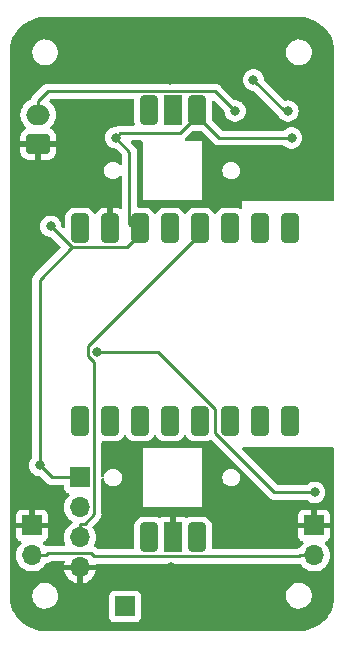
<source format=gbr>
%TF.GenerationSoftware,KiCad,Pcbnew,7.0.7*%
%TF.CreationDate,2024-10-15T08:51:11-05:00*%
%TF.ProjectId,OM-EPSC3-Micro,4f4d2d45-5053-4433-932d-4d6963726f2e,rev?*%
%TF.SameCoordinates,Original*%
%TF.FileFunction,Copper,L2,Bot*%
%TF.FilePolarity,Positive*%
%FSLAX46Y46*%
G04 Gerber Fmt 4.6, Leading zero omitted, Abs format (unit mm)*
G04 Created by KiCad (PCBNEW 7.0.7) date 2024-10-15 08:51:11*
%MOMM*%
%LPD*%
G01*
G04 APERTURE LIST*
G04 Aperture macros list*
%AMRoundRect*
0 Rectangle with rounded corners*
0 $1 Rounding radius*
0 $2 $3 $4 $5 $6 $7 $8 $9 X,Y pos of 4 corners*
0 Add a 4 corners polygon primitive as box body*
4,1,4,$2,$3,$4,$5,$6,$7,$8,$9,$2,$3,0*
0 Add four circle primitives for the rounded corners*
1,1,$1+$1,$2,$3*
1,1,$1+$1,$4,$5*
1,1,$1+$1,$6,$7*
1,1,$1+$1,$8,$9*
0 Add four rect primitives between the rounded corners*
20,1,$1+$1,$2,$3,$4,$5,0*
20,1,$1+$1,$4,$5,$6,$7,0*
20,1,$1+$1,$6,$7,$8,$9,0*
20,1,$1+$1,$8,$9,$2,$3,0*%
G04 Aperture macros list end*
%TA.AperFunction,ComponentPad*%
%ADD10RoundRect,0.381000X0.381000X-0.881000X0.381000X0.881000X-0.381000X0.881000X-0.381000X-0.881000X0*%
%TD*%
%TA.AperFunction,ComponentPad*%
%ADD11R,1.700000X1.700000*%
%TD*%
%TA.AperFunction,ComponentPad*%
%ADD12RoundRect,0.381000X-0.381000X0.881000X-0.381000X-0.881000X0.381000X-0.881000X0.381000X0.881000X0*%
%TD*%
%TA.AperFunction,ComponentPad*%
%ADD13R,1.524000X2.524000*%
%TD*%
%TA.AperFunction,ComponentPad*%
%ADD14O,1.700000X1.700000*%
%TD*%
%TA.AperFunction,ComponentPad*%
%ADD15O,2.000000X1.700000*%
%TD*%
%TA.AperFunction,ComponentPad*%
%ADD16RoundRect,0.250000X0.750000X-0.600000X0.750000X0.600000X-0.750000X0.600000X-0.750000X-0.600000X0*%
%TD*%
%TA.AperFunction,ViaPad*%
%ADD17C,0.800000*%
%TD*%
%TA.AperFunction,Conductor*%
%ADD18C,0.250000*%
%TD*%
G04 APERTURE END LIST*
D10*
%TO.P,U1,0,GPIO0*%
%TO.N,hall_0*%
X232664000Y-109466000D03*
%TO.P,U1,1,GPIO1*%
%TO.N,hall_1*%
X230124000Y-109466000D03*
%TO.P,U1,2,GPIO2*%
%TO.N,unconnected-(U1-GPIO2-Pad2)*%
X227584000Y-109466000D03*
%TO.P,U1,3,GPIO3*%
%TO.N,ADC2*%
X225044000Y-109466000D03*
%TO.P,U1,4,GPIO4*%
%TO.N,unconnected-(U1-GPIO4-Pad4)*%
X222504000Y-109466000D03*
%TO.P,U1,100,5V*%
%TO.N,+5V*%
X214884000Y-109466000D03*
%TO.P,U1,101,GND*%
%TO.N,GND*%
X217424000Y-109466000D03*
%TO.P,U1,102,3V3*%
%TO.N,+3V3*%
X219964000Y-109466000D03*
%TO.P,U1,5,GPIO5*%
%TO.N,ADC3*%
X214884000Y-125738000D03*
%TO.P,U1,6,GPIO6*%
%TO.N,unconnected-(U1-GPIO6-Pad6)*%
X217424000Y-125738000D03*
%TO.P,U1,7,GPIO7*%
%TO.N,unconnected-(U1-GPIO7-Pad7)*%
X219964000Y-125738000D03*
%TO.P,U1,8,GPIO8*%
%TO.N,SDA*%
X222504000Y-125738000D03*
%TO.P,U1,9,GPIO9*%
%TO.N,SCL*%
X225044000Y-125738000D03*
%TO.P,U1,10,GPIO10*%
%TO.N,unconnected-(U1-GPIO10-Pad10)*%
X227584000Y-125738000D03*
%TO.P,U1,20,GPIO20*%
%TO.N,unconnected-(U1-GPIO20-Pad20)*%
X230124000Y-125738000D03*
%TO.P,U1,21,GPIO21*%
%TO.N,unconnected-(U1-GPIO21-Pad21)*%
X232664000Y-125738000D03*
%TD*%
D11*
%TO.P,J5,1,Pin_1*%
%TO.N,+5V*%
X218694000Y-141478000D03*
%TD*%
D12*
%TO.P,H1,1,VCC*%
%TO.N,+3V3*%
X224790000Y-99449000D03*
D13*
%TO.P,H1,2,GND*%
%TO.N,GND*%
X222758000Y-99449000D03*
D12*
%TO.P,H1,3,VOUT*%
%TO.N,hall_1*%
X220726000Y-99449000D03*
%TD*%
D11*
%TO.P,J3,1,Pin_1*%
%TO.N,GND*%
X234696000Y-134620000D03*
D14*
%TO.P,J3,2,Pin_2*%
%TO.N,RMT-BTN*%
X234696000Y-137160000D03*
%TD*%
D10*
%TO.P,H0,1,VCC*%
%TO.N,+3V3*%
X220726000Y-135628000D03*
D13*
%TO.P,H0,2,GND*%
%TO.N,GND*%
X222758000Y-135628000D03*
D10*
%TO.P,H0,3,VOUT*%
%TO.N,hall_0*%
X224790000Y-135628000D03*
%TD*%
D11*
%TO.P,J1,1,Pin_1*%
%TO.N,+3V3*%
X214884000Y-130556000D03*
D14*
%TO.P,J1,2,Pin_2*%
%TO.N,ADC3*%
X214884000Y-133096000D03*
%TO.P,J1,3,Pin_3*%
%TO.N,ADC2*%
X214884000Y-135636000D03*
%TO.P,J1,4,Pin_4*%
%TO.N,GND*%
X214884000Y-138176000D03*
%TD*%
D15*
%TO.P,J4,1*%
%TO.N,+3V8*%
X211328000Y-99842000D03*
D16*
%TO.P,J4,2*%
%TO.N,GND*%
X211328000Y-102342000D03*
%TD*%
D11*
%TO.P,J2,1,Pin_1*%
%TO.N,GND*%
X210820000Y-134620000D03*
D14*
%TO.P,J2,2,Pin_2*%
%TO.N,RMT-BTN*%
X210820000Y-137160000D03*
%TD*%
D17*
%TO.N,GND*%
X226060000Y-103505000D03*
%TO.N,+3V3*%
X211455000Y-129540000D03*
%TO.N,LDO_EN*%
X234740700Y-131816400D03*
X216292600Y-119899200D03*
%TO.N,Net-(U2-PROG)*%
X232476700Y-99534600D03*
X229554000Y-96903600D03*
%TO.N,+3V8*%
X228002000Y-99516800D03*
%TO.N,GND*%
X232130000Y-104076500D03*
X228262500Y-138400700D03*
X216408000Y-99474600D03*
X215437800Y-103677800D03*
X222516700Y-96896800D03*
X222544600Y-138141300D03*
X229365900Y-99572300D03*
X211453000Y-110835100D03*
X233908600Y-129731000D03*
X226471300Y-96398700D03*
%TO.N,+3V3*%
X212392200Y-109286000D03*
X217884200Y-101792100D03*
X232795100Y-101812000D03*
%TD*%
D18*
%TO.N,+3V3*%
X211455000Y-113805400D02*
X214183300Y-111077100D01*
X211455000Y-129540000D02*
X211455000Y-113805400D01*
X212471000Y-130556000D02*
X211455000Y-129540000D01*
X214884000Y-130556000D02*
X212471000Y-130556000D01*
%TO.N,LDO_EN*%
X221484900Y-119899200D02*
X216292600Y-119899200D01*
X226314000Y-124728300D02*
X221484900Y-119899200D01*
X226314000Y-126796700D02*
X226314000Y-124728300D01*
X231333700Y-131816400D02*
X226314000Y-126796700D01*
X234740700Y-131816400D02*
X231333700Y-131816400D01*
%TO.N,RMT-BTN*%
X233441700Y-137237400D02*
X233519100Y-137160000D01*
X216080000Y-137237400D02*
X233441700Y-137237400D01*
X215812100Y-136969500D02*
X216080000Y-137237400D01*
X212187400Y-136969500D02*
X215812100Y-136969500D01*
X211996900Y-137160000D02*
X212187400Y-136969500D01*
X210820000Y-137160000D02*
X211996900Y-137160000D01*
X234696000Y-137160000D02*
X233519100Y-137160000D01*
%TO.N,Net-(U2-PROG)*%
X232185000Y-99534600D02*
X229554000Y-96903600D01*
X232476700Y-99534600D02*
X232185000Y-99534600D01*
%TO.N,+3V8*%
X226338800Y-97853600D02*
X228002000Y-99516800D01*
X212139500Y-97853600D02*
X226338800Y-97853600D01*
X211328000Y-98665100D02*
X212139500Y-97853600D01*
X211328000Y-99842000D02*
X211328000Y-98665100D01*
%TO.N,ADC2*%
X214884000Y-135636000D02*
X214884000Y-134459100D01*
X215251900Y-134459100D02*
X214884000Y-134459100D01*
X216060900Y-133650100D02*
X215251900Y-134459100D01*
X216060900Y-120776200D02*
X216060900Y-133650100D01*
X215565700Y-120281000D02*
X216060900Y-120776200D01*
X215565700Y-119444300D02*
X215565700Y-120281000D01*
X225044000Y-109966000D02*
X215565700Y-119444300D01*
%TO.N,+3V3*%
X214183300Y-111077100D02*
X212392200Y-109286000D01*
X218852900Y-111077100D02*
X214183300Y-111077100D01*
X219964000Y-109966000D02*
X218852900Y-111077100D01*
X218289600Y-101386700D02*
X217884200Y-101792100D01*
X223352300Y-101386700D02*
X218289600Y-101386700D01*
X224790000Y-99949000D02*
X223352300Y-101386700D01*
X219059900Y-109061900D02*
X219964000Y-109966000D01*
X219059900Y-102967800D02*
X219059900Y-109061900D01*
X217884200Y-101792100D02*
X219059900Y-102967800D01*
X226653000Y-101812000D02*
X224790000Y-99949000D01*
X232795100Y-101812000D02*
X226653000Y-101812000D01*
%TD*%
%TA.AperFunction,Conductor*%
%TO.N,GND*%
G36*
X233417409Y-91561693D02*
G01*
X233874202Y-91597731D01*
X233893407Y-91600776D01*
X234332378Y-91706204D01*
X234350831Y-91712196D01*
X234767714Y-91884700D01*
X234785133Y-91893577D01*
X235169391Y-92129307D01*
X235185118Y-92140744D01*
X235373662Y-92301903D01*
X235373671Y-92301911D01*
X235528261Y-92434047D01*
X235541952Y-92447738D01*
X235835254Y-92790881D01*
X235846691Y-92806608D01*
X236082422Y-93190867D01*
X236091304Y-93208296D01*
X236263804Y-93625167D01*
X236269797Y-93643621D01*
X236375226Y-94082595D01*
X236378271Y-94101801D01*
X236414307Y-94558590D01*
X236414499Y-94563468D01*
X236414500Y-97984901D01*
X236414500Y-107064000D01*
X236394815Y-107131039D01*
X236342011Y-107176794D01*
X236290500Y-107188000D01*
X228600000Y-107188000D01*
X228600000Y-107716062D01*
X228580315Y-107783101D01*
X228527511Y-107828856D01*
X228458353Y-107838800D01*
X228420906Y-107827150D01*
X228270778Y-107752694D01*
X228270776Y-107752693D01*
X228270775Y-107752693D01*
X228232939Y-107743283D01*
X228084708Y-107706419D01*
X228041658Y-107703500D01*
X228041657Y-107703500D01*
X227126344Y-107703501D01*
X227126343Y-107703501D01*
X227083298Y-107706418D01*
X227083297Y-107706418D01*
X226897221Y-107752694D01*
X226725456Y-107837881D01*
X226725453Y-107837883D01*
X226576010Y-107958009D01*
X226576009Y-107958010D01*
X226455883Y-108107453D01*
X226425088Y-108169547D01*
X226377667Y-108220859D01*
X226310032Y-108238388D01*
X226243657Y-108216569D01*
X226202912Y-108169547D01*
X226172116Y-108107453D01*
X226051990Y-107958010D01*
X226051989Y-107958009D01*
X225902546Y-107837883D01*
X225902543Y-107837881D01*
X225730778Y-107752694D01*
X225730776Y-107752693D01*
X225730775Y-107752693D01*
X225692939Y-107743283D01*
X225544708Y-107706419D01*
X225501658Y-107703500D01*
X225501657Y-107703500D01*
X224586344Y-107703501D01*
X224586343Y-107703501D01*
X224543298Y-107706418D01*
X224543297Y-107706418D01*
X224357221Y-107752694D01*
X224185456Y-107837881D01*
X224185453Y-107837883D01*
X224036010Y-107958009D01*
X224036009Y-107958010D01*
X223915883Y-108107453D01*
X223885088Y-108169547D01*
X223837667Y-108220859D01*
X223770032Y-108238388D01*
X223703657Y-108216569D01*
X223662912Y-108169547D01*
X223632116Y-108107453D01*
X223511990Y-107958010D01*
X223511989Y-107958009D01*
X223362546Y-107837883D01*
X223362543Y-107837881D01*
X223190778Y-107752694D01*
X223190776Y-107752693D01*
X223190775Y-107752693D01*
X223152939Y-107743283D01*
X223004708Y-107706419D01*
X222961658Y-107703500D01*
X222961657Y-107703500D01*
X222046344Y-107703501D01*
X222046343Y-107703501D01*
X222003298Y-107706418D01*
X222003297Y-107706418D01*
X221817221Y-107752694D01*
X221645456Y-107837881D01*
X221645453Y-107837883D01*
X221496010Y-107958009D01*
X221496009Y-107958010D01*
X221375883Y-108107453D01*
X221345088Y-108169547D01*
X221297667Y-108220859D01*
X221230032Y-108238388D01*
X221163657Y-108216569D01*
X221122912Y-108169547D01*
X221092116Y-108107453D01*
X220971990Y-107958010D01*
X220971989Y-107958009D01*
X220822546Y-107837883D01*
X220822543Y-107837881D01*
X220650778Y-107752694D01*
X220650776Y-107752693D01*
X220650775Y-107752693D01*
X220612939Y-107743283D01*
X220464708Y-107706419D01*
X220421658Y-107703500D01*
X220421657Y-107703500D01*
X219809400Y-107703500D01*
X219742361Y-107683815D01*
X219696606Y-107631011D01*
X219685400Y-107579500D01*
X219685400Y-103050542D01*
X219687124Y-103034922D01*
X219686839Y-103034896D01*
X219687571Y-103027140D01*
X219687573Y-103027133D01*
X219685400Y-102957985D01*
X219685400Y-102928450D01*
X219684531Y-102921572D01*
X219684072Y-102915743D01*
X219682609Y-102869172D01*
X219677022Y-102849944D01*
X219673074Y-102830884D01*
X219670563Y-102811004D01*
X219653412Y-102767687D01*
X219651519Y-102762158D01*
X219638518Y-102717409D01*
X219638516Y-102717406D01*
X219628323Y-102700171D01*
X219619761Y-102682694D01*
X219612387Y-102664070D01*
X219612386Y-102664068D01*
X219584979Y-102626345D01*
X219581788Y-102621486D01*
X219558072Y-102581383D01*
X219558065Y-102581374D01*
X219543906Y-102567215D01*
X219531268Y-102552419D01*
X219519494Y-102536213D01*
X219483588Y-102506509D01*
X219479276Y-102502586D01*
X219200571Y-102223881D01*
X219167086Y-102162558D01*
X219172070Y-102092866D01*
X219213942Y-102036933D01*
X219279406Y-102012516D01*
X219288252Y-102012200D01*
X220040500Y-102012200D01*
X220107539Y-102031885D01*
X220153294Y-102084689D01*
X220164500Y-102136200D01*
X220164500Y-107036467D01*
X220164416Y-107036889D01*
X220164459Y-107061001D01*
X220164500Y-107061099D01*
X220164616Y-107061382D01*
X220164618Y-107061384D01*
X220164808Y-107061462D01*
X220165000Y-107061541D01*
X220165002Y-107061539D01*
X220189616Y-107061524D01*
X220189616Y-107061528D01*
X220189760Y-107061500D01*
X225140240Y-107061500D01*
X225140383Y-107061528D01*
X225140384Y-107061524D01*
X225164997Y-107061539D01*
X225165000Y-107061541D01*
X225165383Y-107061383D01*
X225165500Y-107061099D01*
X225165541Y-107061000D01*
X225165540Y-107060997D01*
X225165583Y-107036889D01*
X225165500Y-107036467D01*
X225165500Y-104561019D01*
X226914436Y-104561019D01*
X226914608Y-104562770D01*
X226914612Y-104562836D01*
X226915014Y-104564875D01*
X226939951Y-104750926D01*
X226940088Y-104752989D01*
X226940228Y-104753703D01*
X226940477Y-104755178D01*
X226941026Y-104756644D01*
X226941214Y-104757193D01*
X226942093Y-104758996D01*
X227013076Y-104932619D01*
X227013763Y-104934647D01*
X227013885Y-104934895D01*
X227014549Y-104936338D01*
X227015441Y-104937588D01*
X227016816Y-104939167D01*
X227132034Y-105087987D01*
X227133302Y-105089874D01*
X227134577Y-105091426D01*
X227136364Y-105092877D01*
X227136370Y-105092882D01*
X227138142Y-105094066D01*
X227172839Y-105120927D01*
X227182618Y-105128498D01*
X227286822Y-105209173D01*
X227288656Y-105210771D01*
X227289646Y-105211476D01*
X227291561Y-105212334D01*
X227291587Y-105212347D01*
X227293661Y-105213038D01*
X227462480Y-105282058D01*
X227466329Y-105283966D01*
X227468709Y-105284768D01*
X227470839Y-105285577D01*
X227473089Y-105285929D01*
X227475902Y-105286478D01*
X227480113Y-105286726D01*
X227660563Y-105310910D01*
X227663305Y-105311476D01*
X227665009Y-105311657D01*
X227667977Y-105311328D01*
X227669535Y-105311231D01*
X227674016Y-105310296D01*
X227849914Y-105286722D01*
X227854128Y-105286473D01*
X227857019Y-105285908D01*
X227859162Y-105285569D01*
X227861199Y-105284792D01*
X227863879Y-105283880D01*
X227867648Y-105282005D01*
X228036246Y-105213074D01*
X228038731Y-105212251D01*
X228040389Y-105211513D01*
X228041297Y-105210854D01*
X228043418Y-105208986D01*
X228188059Y-105097005D01*
X228191822Y-105094513D01*
X228193067Y-105093404D01*
X228195469Y-105091471D01*
X228197402Y-105089069D01*
X228198514Y-105087821D01*
X228201012Y-105084050D01*
X228312781Y-104939683D01*
X228314386Y-104937878D01*
X228315547Y-104936283D01*
X228316179Y-104934877D01*
X228316994Y-104932446D01*
X228386109Y-104763391D01*
X228388060Y-104759442D01*
X228388615Y-104757773D01*
X228389633Y-104755117D01*
X228389866Y-104753659D01*
X228390049Y-104750927D01*
X228390049Y-104750926D01*
X228414945Y-104565171D01*
X228415519Y-104562334D01*
X228415663Y-104560971D01*
X228415548Y-104559871D01*
X228414957Y-104556919D01*
X228390049Y-104371072D01*
X228389886Y-104368636D01*
X228389609Y-104366891D01*
X228388922Y-104365066D01*
X228387865Y-104362906D01*
X228363057Y-104302228D01*
X228316945Y-104189434D01*
X228316265Y-104187420D01*
X228315506Y-104185739D01*
X228314448Y-104184255D01*
X228314406Y-104184192D01*
X228312974Y-104182566D01*
X228271204Y-104128618D01*
X228198068Y-104034148D01*
X228196881Y-104032371D01*
X228196874Y-104032363D01*
X228195423Y-104030576D01*
X228193877Y-104029306D01*
X228191987Y-104028036D01*
X228043169Y-103912821D01*
X228041593Y-103911448D01*
X228040337Y-103910552D01*
X228038894Y-103909888D01*
X228038639Y-103909762D01*
X228036618Y-103909078D01*
X227863043Y-103838112D01*
X227861321Y-103837270D01*
X227859126Y-103836504D01*
X227856896Y-103836081D01*
X227854928Y-103835950D01*
X227812533Y-103830268D01*
X227669112Y-103811047D01*
X227667044Y-103810631D01*
X227666691Y-103810607D01*
X227664999Y-103810438D01*
X227663289Y-103810602D01*
X227663101Y-103810614D01*
X227661006Y-103811031D01*
X227523895Y-103829406D01*
X227475069Y-103835950D01*
X227473109Y-103836080D01*
X227470858Y-103836508D01*
X227468781Y-103837226D01*
X227467007Y-103838091D01*
X227293274Y-103909121D01*
X227291382Y-103909765D01*
X227289749Y-103910554D01*
X227288555Y-103911355D01*
X227287080Y-103912628D01*
X227166791Y-104005755D01*
X227137823Y-104028181D01*
X227136155Y-104029312D01*
X227135767Y-104029652D01*
X227134611Y-104030609D01*
X227133654Y-104031765D01*
X227133305Y-104032163D01*
X227132177Y-104033828D01*
X227016621Y-104183084D01*
X227015356Y-104184551D01*
X227014551Y-104185750D01*
X227013762Y-104187383D01*
X227013116Y-104189281D01*
X226942006Y-104363219D01*
X226941139Y-104365013D01*
X226940929Y-104365631D01*
X226940538Y-104366694D01*
X226940534Y-104366724D01*
X226940082Y-104369103D01*
X226939951Y-104371072D01*
X226914999Y-104557237D01*
X226914590Y-104559330D01*
X226914436Y-104561019D01*
X225165500Y-104561019D01*
X225165500Y-102085760D01*
X225165528Y-102085617D01*
X225165524Y-102085617D01*
X225165539Y-102061003D01*
X225165541Y-102061001D01*
X225165462Y-102060809D01*
X225165384Y-102060619D01*
X225165382Y-102060617D01*
X225165099Y-102060501D01*
X225165000Y-102060460D01*
X225140446Y-102060460D01*
X225140240Y-102060501D01*
X223868969Y-102060501D01*
X223801930Y-102040816D01*
X223756175Y-101988012D01*
X223746231Y-101918854D01*
X223775256Y-101855298D01*
X223783767Y-101846438D01*
X223783884Y-101846295D01*
X223783887Y-101846294D01*
X223813599Y-101810376D01*
X223817512Y-101806076D01*
X224375771Y-101247818D01*
X224437094Y-101214333D01*
X224463452Y-101211499D01*
X225116546Y-101211499D01*
X225183585Y-101231184D01*
X225204227Y-101247818D01*
X226152197Y-102195788D01*
X226162022Y-102208051D01*
X226162243Y-102207869D01*
X226167214Y-102213878D01*
X226193217Y-102238295D01*
X226217635Y-102261226D01*
X226238529Y-102282120D01*
X226244011Y-102286373D01*
X226248443Y-102290157D01*
X226282418Y-102322062D01*
X226299976Y-102331714D01*
X226316233Y-102342393D01*
X226332064Y-102354673D01*
X226351737Y-102363186D01*
X226374833Y-102373182D01*
X226380077Y-102375750D01*
X226420908Y-102398197D01*
X226433523Y-102401435D01*
X226440305Y-102403177D01*
X226458719Y-102409481D01*
X226477104Y-102417438D01*
X226523157Y-102424732D01*
X226528826Y-102425906D01*
X226573981Y-102437500D01*
X226594016Y-102437500D01*
X226613413Y-102439026D01*
X226633196Y-102442160D01*
X226679583Y-102437775D01*
X226685422Y-102437500D01*
X232091352Y-102437500D01*
X232158391Y-102457185D01*
X232183500Y-102478526D01*
X232189226Y-102484885D01*
X232189230Y-102484889D01*
X232342365Y-102596148D01*
X232342370Y-102596151D01*
X232515292Y-102673142D01*
X232515297Y-102673144D01*
X232700454Y-102712500D01*
X232700455Y-102712500D01*
X232889744Y-102712500D01*
X232889746Y-102712500D01*
X233074903Y-102673144D01*
X233247830Y-102596151D01*
X233400971Y-102484888D01*
X233527633Y-102344216D01*
X233622279Y-102180284D01*
X233680774Y-102000256D01*
X233700560Y-101812000D01*
X233680774Y-101623744D01*
X233622279Y-101443716D01*
X233527633Y-101279784D01*
X233400971Y-101139112D01*
X233400970Y-101139111D01*
X233247834Y-101027851D01*
X233247829Y-101027848D01*
X233074907Y-100950857D01*
X233074902Y-100950855D01*
X232929100Y-100919865D01*
X232889746Y-100911500D01*
X232700454Y-100911500D01*
X232667997Y-100918398D01*
X232515297Y-100950855D01*
X232515292Y-100950857D01*
X232342370Y-101027848D01*
X232342365Y-101027851D01*
X232189230Y-101139110D01*
X232189226Y-101139114D01*
X232183500Y-101145474D01*
X232124013Y-101182121D01*
X232091352Y-101186500D01*
X226963452Y-101186500D01*
X226896413Y-101166815D01*
X226875771Y-101150181D01*
X226088818Y-100363227D01*
X226055333Y-100301904D01*
X226052499Y-100275546D01*
X226052499Y-98751251D01*
X226072184Y-98684212D01*
X226124988Y-98638457D01*
X226194146Y-98628513D01*
X226257702Y-98657538D01*
X226264177Y-98663567D01*
X226749124Y-99148515D01*
X227063038Y-99462429D01*
X227096523Y-99523752D01*
X227098678Y-99537148D01*
X227106968Y-99616027D01*
X227116326Y-99705056D01*
X227116327Y-99705059D01*
X227174818Y-99885077D01*
X227174821Y-99885084D01*
X227269467Y-100049016D01*
X227295036Y-100077413D01*
X227396129Y-100189688D01*
X227549265Y-100300948D01*
X227549270Y-100300951D01*
X227722192Y-100377942D01*
X227722197Y-100377944D01*
X227907354Y-100417300D01*
X227907355Y-100417300D01*
X228096644Y-100417300D01*
X228096646Y-100417300D01*
X228281803Y-100377944D01*
X228454730Y-100300951D01*
X228607871Y-100189688D01*
X228734533Y-100049016D01*
X228829179Y-99885084D01*
X228887674Y-99705056D01*
X228907460Y-99516800D01*
X228887674Y-99328544D01*
X228829179Y-99148516D01*
X228734533Y-98984584D01*
X228607871Y-98843912D01*
X228552257Y-98803506D01*
X228454734Y-98732651D01*
X228454729Y-98732648D01*
X228281807Y-98655657D01*
X228281802Y-98655655D01*
X228132044Y-98623824D01*
X228096646Y-98616300D01*
X228096645Y-98616300D01*
X228037452Y-98616300D01*
X227970413Y-98596615D01*
X227949771Y-98579981D01*
X226839603Y-97469812D01*
X226829780Y-97457550D01*
X226829559Y-97457734D01*
X226824586Y-97451723D01*
X226805959Y-97434231D01*
X226774164Y-97404373D01*
X226763719Y-97393928D01*
X226753275Y-97383483D01*
X226747786Y-97379225D01*
X226743361Y-97375447D01*
X226709382Y-97343538D01*
X226709380Y-97343536D01*
X226709377Y-97343535D01*
X226691829Y-97333888D01*
X226675563Y-97323204D01*
X226659733Y-97310925D01*
X226616968Y-97292418D01*
X226611722Y-97289848D01*
X226570893Y-97267403D01*
X226570892Y-97267402D01*
X226551493Y-97262422D01*
X226533081Y-97256118D01*
X226514698Y-97248162D01*
X226514692Y-97248160D01*
X226468674Y-97240872D01*
X226462952Y-97239687D01*
X226417821Y-97228100D01*
X226417819Y-97228100D01*
X226397784Y-97228100D01*
X226378386Y-97226573D01*
X226370962Y-97225397D01*
X226358605Y-97223440D01*
X226358604Y-97223440D01*
X226312216Y-97227825D01*
X226306378Y-97228100D01*
X212222237Y-97228100D01*
X212206620Y-97226376D01*
X212206593Y-97226662D01*
X212198831Y-97225927D01*
X212129703Y-97228100D01*
X212100150Y-97228100D01*
X212099429Y-97228190D01*
X212093257Y-97228969D01*
X212087445Y-97229426D01*
X212040878Y-97230890D01*
X212040867Y-97230892D01*
X212021634Y-97236479D01*
X212002594Y-97240422D01*
X211982717Y-97242934D01*
X211982710Y-97242935D01*
X211982708Y-97242936D01*
X211982706Y-97242936D01*
X211982705Y-97242937D01*
X211939368Y-97260094D01*
X211933842Y-97261986D01*
X211889111Y-97274982D01*
X211889108Y-97274983D01*
X211871863Y-97285181D01*
X211854401Y-97293735D01*
X211835772Y-97301111D01*
X211835767Y-97301113D01*
X211798064Y-97328506D01*
X211793182Y-97331712D01*
X211753080Y-97355428D01*
X211738908Y-97369600D01*
X211724123Y-97382228D01*
X211707912Y-97394007D01*
X211678209Y-97429910D01*
X211674277Y-97434231D01*
X210944208Y-98164299D01*
X210931951Y-98174120D01*
X210932134Y-98174341D01*
X210926123Y-98179313D01*
X210878772Y-98229736D01*
X210857889Y-98250618D01*
X210857877Y-98250632D01*
X210853621Y-98256117D01*
X210849837Y-98260547D01*
X210817937Y-98294518D01*
X210817936Y-98294520D01*
X210808284Y-98312076D01*
X210797610Y-98328326D01*
X210785329Y-98344161D01*
X210785324Y-98344168D01*
X210766815Y-98386938D01*
X210764245Y-98392184D01*
X210741803Y-98433006D01*
X210736822Y-98452407D01*
X210730521Y-98470810D01*
X210722562Y-98489202D01*
X210722561Y-98489206D01*
X210720039Y-98505129D01*
X210690108Y-98568263D01*
X210649972Y-98598110D01*
X210500168Y-98667966D01*
X210306597Y-98803505D01*
X210139506Y-98970597D01*
X210139501Y-98970604D01*
X210003967Y-99164165D01*
X210003965Y-99164169D01*
X209904098Y-99378335D01*
X209904094Y-99378344D01*
X209842938Y-99606586D01*
X209842936Y-99606596D01*
X209822341Y-99841999D01*
X209822341Y-99842000D01*
X209842936Y-100077403D01*
X209842938Y-100077413D01*
X209904094Y-100305655D01*
X209904096Y-100305659D01*
X209904097Y-100305663D01*
X209946102Y-100395742D01*
X210003964Y-100519828D01*
X210003965Y-100519830D01*
X210139505Y-100713402D01*
X210287067Y-100860964D01*
X210320552Y-100922287D01*
X210315568Y-100991979D01*
X210273696Y-101047912D01*
X210264483Y-101054183D01*
X210109659Y-101149680D01*
X210109655Y-101149683D01*
X209985684Y-101273654D01*
X209893643Y-101422875D01*
X209893641Y-101422880D01*
X209838494Y-101589302D01*
X209838493Y-101589309D01*
X209828000Y-101692013D01*
X209828000Y-102092000D01*
X210714653Y-102092000D01*
X210781692Y-102111685D01*
X210827447Y-102164489D01*
X210837391Y-102233647D01*
X210833631Y-102250933D01*
X210828000Y-102270111D01*
X210828000Y-102413888D01*
X210833631Y-102433067D01*
X210833630Y-102502936D01*
X210795855Y-102561714D01*
X210732299Y-102590738D01*
X210714653Y-102592000D01*
X209828001Y-102592000D01*
X209828001Y-102991986D01*
X209838494Y-103094697D01*
X209893641Y-103261119D01*
X209893643Y-103261124D01*
X209985684Y-103410345D01*
X210109654Y-103534315D01*
X210258875Y-103626356D01*
X210258880Y-103626358D01*
X210425302Y-103681505D01*
X210425309Y-103681506D01*
X210528019Y-103691999D01*
X211077999Y-103691999D01*
X211078000Y-103691998D01*
X211078000Y-102954301D01*
X211097685Y-102887262D01*
X211150489Y-102841507D01*
X211219647Y-102831563D01*
X211292237Y-102842000D01*
X211292238Y-102842000D01*
X211363762Y-102842000D01*
X211363763Y-102842000D01*
X211436353Y-102831563D01*
X211505512Y-102841507D01*
X211558315Y-102887262D01*
X211578000Y-102954301D01*
X211577999Y-103691998D01*
X211578000Y-103691999D01*
X212127972Y-103691999D01*
X212127986Y-103691998D01*
X212230697Y-103681505D01*
X212397119Y-103626358D01*
X212397124Y-103626356D01*
X212546345Y-103534315D01*
X212670315Y-103410345D01*
X212762356Y-103261124D01*
X212762358Y-103261119D01*
X212817505Y-103094697D01*
X212817506Y-103094690D01*
X212827999Y-102991986D01*
X212828000Y-102991973D01*
X212828000Y-102592000D01*
X211941347Y-102592000D01*
X211874308Y-102572315D01*
X211828553Y-102519511D01*
X211818609Y-102450353D01*
X211822369Y-102433067D01*
X211828000Y-102413888D01*
X211828000Y-102270111D01*
X211822369Y-102250933D01*
X211822370Y-102181064D01*
X211860145Y-102122286D01*
X211923701Y-102093262D01*
X211941347Y-102092000D01*
X212827999Y-102092000D01*
X212827999Y-101692028D01*
X212827998Y-101692013D01*
X212817505Y-101589302D01*
X212762358Y-101422880D01*
X212762356Y-101422875D01*
X212670315Y-101273654D01*
X212546344Y-101149683D01*
X212546340Y-101149680D01*
X212391516Y-101054183D01*
X212344791Y-101002235D01*
X212333570Y-100933273D01*
X212361413Y-100869191D01*
X212368932Y-100860964D01*
X212436708Y-100793188D01*
X212516495Y-100713401D01*
X212652035Y-100519830D01*
X212751903Y-100305663D01*
X212813063Y-100077408D01*
X212833659Y-99842000D01*
X212813063Y-99606592D01*
X212751903Y-99378337D01*
X212652035Y-99164171D01*
X212652034Y-99164169D01*
X212516494Y-98970597D01*
X212349402Y-98803506D01*
X212349401Y-98803505D01*
X212308579Y-98774921D01*
X212264956Y-98720345D01*
X212257763Y-98650846D01*
X212289285Y-98588492D01*
X212291977Y-98585713D01*
X212362272Y-98515418D01*
X212423597Y-98481933D01*
X212449953Y-98479100D01*
X219339500Y-98479100D01*
X219406539Y-98498785D01*
X219452294Y-98551589D01*
X219463500Y-98603100D01*
X219463501Y-100406656D01*
X219463501Y-100406657D01*
X219466418Y-100449700D01*
X219466419Y-100449704D01*
X219505605Y-100607277D01*
X219502682Y-100677082D01*
X219462482Y-100734228D01*
X219397768Y-100760569D01*
X219385271Y-100761200D01*
X218372337Y-100761200D01*
X218356720Y-100759476D01*
X218356693Y-100759762D01*
X218348931Y-100759027D01*
X218279803Y-100761200D01*
X218250250Y-100761200D01*
X218249529Y-100761290D01*
X218243357Y-100762069D01*
X218237545Y-100762526D01*
X218190973Y-100763990D01*
X218190972Y-100763990D01*
X218171729Y-100769581D01*
X218152679Y-100773525D01*
X218132811Y-100776034D01*
X218132809Y-100776035D01*
X218089484Y-100793188D01*
X218083957Y-100795080D01*
X218039210Y-100808081D01*
X218039209Y-100808082D01*
X218021967Y-100818279D01*
X218004499Y-100826837D01*
X217985869Y-100834213D01*
X217985867Y-100834214D01*
X217948176Y-100861597D01*
X217943299Y-100864801D01*
X217927197Y-100874325D01*
X217864065Y-100891600D01*
X217789554Y-100891600D01*
X217757097Y-100898498D01*
X217604397Y-100930955D01*
X217604392Y-100930957D01*
X217431470Y-101007948D01*
X217431465Y-101007951D01*
X217278329Y-101119211D01*
X217151666Y-101259885D01*
X217057021Y-101423815D01*
X217057018Y-101423822D01*
X216998527Y-101603840D01*
X216998526Y-101603844D01*
X216978740Y-101792100D01*
X216998526Y-101980356D01*
X216998527Y-101980359D01*
X217057018Y-102160377D01*
X217057021Y-102160384D01*
X217151667Y-102324316D01*
X217232319Y-102413889D01*
X217278329Y-102464988D01*
X217431465Y-102576248D01*
X217431470Y-102576251D01*
X217604392Y-102653242D01*
X217604397Y-102653244D01*
X217789554Y-102692600D01*
X217848748Y-102692600D01*
X217915787Y-102712285D01*
X217936429Y-102728919D01*
X218398081Y-103190571D01*
X218431566Y-103251894D01*
X218434400Y-103278252D01*
X218434400Y-103976684D01*
X218414715Y-104043723D01*
X218361911Y-104089478D01*
X218292753Y-104099422D01*
X218229197Y-104070397D01*
X218212352Y-104052595D01*
X218200950Y-104037868D01*
X218198853Y-104034709D01*
X218196248Y-104031673D01*
X218195378Y-104030608D01*
X218194331Y-104029744D01*
X218193535Y-104029053D01*
X218191844Y-104027924D01*
X218147227Y-103993382D01*
X218043163Y-103912817D01*
X218041587Y-103911443D01*
X218040337Y-103910552D01*
X218038894Y-103909888D01*
X218038639Y-103909762D01*
X218036618Y-103909078D01*
X217863043Y-103838112D01*
X217861321Y-103837270D01*
X217859126Y-103836504D01*
X217856896Y-103836081D01*
X217854928Y-103835950D01*
X217812533Y-103830268D01*
X217669112Y-103811047D01*
X217667044Y-103810631D01*
X217666691Y-103810607D01*
X217664999Y-103810438D01*
X217663289Y-103810602D01*
X217663101Y-103810614D01*
X217661006Y-103811031D01*
X217523895Y-103829406D01*
X217475069Y-103835950D01*
X217473109Y-103836080D01*
X217470858Y-103836508D01*
X217468781Y-103837226D01*
X217467007Y-103838091D01*
X217293274Y-103909121D01*
X217291382Y-103909765D01*
X217289749Y-103910554D01*
X217288555Y-103911355D01*
X217287080Y-103912628D01*
X217137961Y-104028074D01*
X217136431Y-104029104D01*
X217134636Y-104030637D01*
X217133096Y-104032440D01*
X217132070Y-104033964D01*
X217045023Y-104146404D01*
X217016636Y-104183067D01*
X217015375Y-104184529D01*
X217014576Y-104185718D01*
X217014575Y-104185720D01*
X217014574Y-104185722D01*
X217014550Y-104185758D01*
X217013762Y-104187390D01*
X217013119Y-104189278D01*
X216942025Y-104363169D01*
X216941188Y-104364897D01*
X216940504Y-104366869D01*
X216940074Y-104369200D01*
X216939949Y-104371074D01*
X216915014Y-104557127D01*
X216914606Y-104559197D01*
X216914599Y-104559307D01*
X216914439Y-104560979D01*
X216914600Y-104562646D01*
X216914618Y-104562924D01*
X216915030Y-104564991D01*
X216939949Y-104750926D01*
X216940080Y-104752898D01*
X216940536Y-104755298D01*
X216940542Y-104755338D01*
X216940996Y-104756537D01*
X216941270Y-104757324D01*
X216942115Y-104759052D01*
X217013079Y-104932621D01*
X217013766Y-104934651D01*
X217013887Y-104934896D01*
X217014550Y-104936336D01*
X217015453Y-104937601D01*
X217016829Y-104939181D01*
X217131923Y-105087845D01*
X217133052Y-105089536D01*
X217133743Y-105090332D01*
X217134607Y-105091379D01*
X217135672Y-105092249D01*
X217138708Y-105094854D01*
X217141865Y-105096950D01*
X217286822Y-105209173D01*
X217288654Y-105210770D01*
X217289646Y-105211476D01*
X217291561Y-105212334D01*
X217291587Y-105212347D01*
X217293661Y-105213038D01*
X217462480Y-105282058D01*
X217466329Y-105283966D01*
X217468709Y-105284768D01*
X217470839Y-105285577D01*
X217473089Y-105285929D01*
X217475902Y-105286478D01*
X217480113Y-105286726D01*
X217660563Y-105310910D01*
X217663305Y-105311476D01*
X217665009Y-105311657D01*
X217667977Y-105311328D01*
X217669535Y-105311231D01*
X217674016Y-105310296D01*
X217849914Y-105286722D01*
X217854128Y-105286473D01*
X217857019Y-105285908D01*
X217859162Y-105285569D01*
X217861199Y-105284792D01*
X217863879Y-105283880D01*
X217867648Y-105282005D01*
X218036246Y-105213074D01*
X218038731Y-105212251D01*
X218040389Y-105211513D01*
X218041299Y-105210854D01*
X218043429Y-105208978D01*
X218187761Y-105097237D01*
X218191258Y-105094936D01*
X218193726Y-105092787D01*
X218195417Y-105091418D01*
X218196786Y-105089727D01*
X218198937Y-105087256D01*
X218201241Y-105083756D01*
X218212352Y-105069404D01*
X218268957Y-105028446D01*
X218338721Y-105024593D01*
X218399492Y-105059069D01*
X218431978Y-105120927D01*
X218434400Y-105145316D01*
X218434400Y-107713843D01*
X218414715Y-107780882D01*
X218361911Y-107826637D01*
X218292753Y-107836581D01*
X218255306Y-107824931D01*
X218110604Y-107753166D01*
X217924638Y-107706918D01*
X217924641Y-107706918D01*
X217881608Y-107704000D01*
X217674000Y-107704000D01*
X217674000Y-109475325D01*
X217654315Y-109542364D01*
X217601511Y-109588119D01*
X217532353Y-109598063D01*
X217509739Y-109592607D01*
X217487580Y-109585000D01*
X217487578Y-109585000D01*
X217392431Y-109585000D01*
X217392430Y-109585000D01*
X217318408Y-109597351D01*
X217249043Y-109588968D01*
X217195222Y-109544415D01*
X217174031Y-109477836D01*
X217174000Y-109475042D01*
X217174000Y-107704000D01*
X217173999Y-107704000D01*
X216966394Y-107704001D01*
X216923366Y-107706917D01*
X216923365Y-107706917D01*
X216737397Y-107753165D01*
X216565724Y-107838307D01*
X216416366Y-107958365D01*
X216416365Y-107958366D01*
X216296307Y-108107724D01*
X216265367Y-108170110D01*
X216217946Y-108221423D01*
X216150310Y-108238951D01*
X216083935Y-108217131D01*
X216043191Y-108170109D01*
X216012118Y-108107456D01*
X216012116Y-108107453D01*
X215891990Y-107958010D01*
X215891989Y-107958009D01*
X215742546Y-107837883D01*
X215742543Y-107837881D01*
X215570778Y-107752694D01*
X215570776Y-107752693D01*
X215570775Y-107752693D01*
X215532939Y-107743283D01*
X215384708Y-107706419D01*
X215341658Y-107703500D01*
X215341657Y-107703500D01*
X214426344Y-107703501D01*
X214426343Y-107703501D01*
X214383298Y-107706418D01*
X214383297Y-107706418D01*
X214197221Y-107752694D01*
X214025456Y-107837881D01*
X214025453Y-107837883D01*
X213876010Y-107958009D01*
X213876009Y-107958010D01*
X213755883Y-108107453D01*
X213755881Y-108107456D01*
X213670694Y-108279221D01*
X213624419Y-108465291D01*
X213621500Y-108508342D01*
X213621500Y-109331347D01*
X213601815Y-109398386D01*
X213549011Y-109444141D01*
X213479853Y-109454085D01*
X213416297Y-109425060D01*
X213409819Y-109419028D01*
X213331160Y-109340369D01*
X213297675Y-109279046D01*
X213295523Y-109265668D01*
X213277874Y-109097744D01*
X213219379Y-108917716D01*
X213124733Y-108753784D01*
X212998071Y-108613112D01*
X212998070Y-108613111D01*
X212844934Y-108501851D01*
X212844929Y-108501848D01*
X212672007Y-108424857D01*
X212672002Y-108424855D01*
X212526200Y-108393865D01*
X212486846Y-108385500D01*
X212297554Y-108385500D01*
X212265097Y-108392398D01*
X212112397Y-108424855D01*
X212112392Y-108424857D01*
X211939470Y-108501848D01*
X211939465Y-108501851D01*
X211786329Y-108613111D01*
X211659666Y-108753785D01*
X211565021Y-108917715D01*
X211565018Y-108917722D01*
X211506527Y-109097740D01*
X211506526Y-109097744D01*
X211486740Y-109286000D01*
X211506526Y-109474256D01*
X211506527Y-109474259D01*
X211565018Y-109654277D01*
X211565021Y-109654284D01*
X211659667Y-109818216D01*
X211764012Y-109934102D01*
X211786329Y-109958888D01*
X211939465Y-110070148D01*
X211939470Y-110070151D01*
X212112392Y-110147142D01*
X212112397Y-110147144D01*
X212297554Y-110186500D01*
X212356748Y-110186500D01*
X212423787Y-110206185D01*
X212444428Y-110222818D01*
X213211029Y-110989419D01*
X213244513Y-111050741D01*
X213239529Y-111120433D01*
X213211028Y-111164780D01*
X211071208Y-113304599D01*
X211058951Y-113314420D01*
X211059134Y-113314641D01*
X211053123Y-113319613D01*
X211005772Y-113370036D01*
X210984889Y-113390918D01*
X210984877Y-113390932D01*
X210980621Y-113396417D01*
X210976837Y-113400847D01*
X210944937Y-113434818D01*
X210944936Y-113434820D01*
X210935284Y-113452376D01*
X210924610Y-113468626D01*
X210912329Y-113484461D01*
X210912324Y-113484468D01*
X210893815Y-113527238D01*
X210891245Y-113532484D01*
X210868803Y-113573306D01*
X210863822Y-113592707D01*
X210857521Y-113611110D01*
X210849562Y-113629502D01*
X210849561Y-113629506D01*
X210842271Y-113675527D01*
X210841087Y-113681246D01*
X210829499Y-113726383D01*
X210829499Y-113746419D01*
X210827973Y-113765807D01*
X210824840Y-113785592D01*
X210824840Y-113785595D01*
X210829225Y-113831983D01*
X210829500Y-113837821D01*
X210829500Y-128841312D01*
X210809815Y-128908351D01*
X210797650Y-128924284D01*
X210722466Y-129007784D01*
X210627821Y-129171715D01*
X210627818Y-129171722D01*
X210569327Y-129351740D01*
X210569326Y-129351744D01*
X210549540Y-129540000D01*
X210569326Y-129728256D01*
X210569327Y-129728259D01*
X210627818Y-129908277D01*
X210627821Y-129908284D01*
X210722467Y-130072216D01*
X210828028Y-130189453D01*
X210849129Y-130212888D01*
X211002265Y-130324148D01*
X211002270Y-130324151D01*
X211175192Y-130401142D01*
X211175197Y-130401144D01*
X211360354Y-130440500D01*
X211419548Y-130440500D01*
X211486587Y-130460185D01*
X211507228Y-130476818D01*
X211748193Y-130717784D01*
X211970197Y-130939788D01*
X211980022Y-130952051D01*
X211980243Y-130951869D01*
X211985214Y-130957878D01*
X212011217Y-130982295D01*
X212035635Y-131005226D01*
X212056529Y-131026120D01*
X212062011Y-131030373D01*
X212066443Y-131034157D01*
X212100418Y-131066062D01*
X212117976Y-131075714D01*
X212134233Y-131086393D01*
X212150064Y-131098673D01*
X212169737Y-131107186D01*
X212192833Y-131117182D01*
X212198077Y-131119750D01*
X212238908Y-131142197D01*
X212251523Y-131145435D01*
X212258305Y-131147177D01*
X212276719Y-131153481D01*
X212295104Y-131161438D01*
X212341157Y-131168732D01*
X212346826Y-131169906D01*
X212391981Y-131181500D01*
X212412016Y-131181500D01*
X212431413Y-131183026D01*
X212451196Y-131186160D01*
X212497583Y-131181775D01*
X212503422Y-131181500D01*
X213409501Y-131181500D01*
X213476540Y-131201185D01*
X213522295Y-131253989D01*
X213533501Y-131305500D01*
X213533501Y-131453876D01*
X213539908Y-131513483D01*
X213590202Y-131648328D01*
X213590206Y-131648335D01*
X213676452Y-131763544D01*
X213676455Y-131763547D01*
X213791664Y-131849793D01*
X213791671Y-131849797D01*
X213923081Y-131898810D01*
X213979015Y-131940681D01*
X214003432Y-132006145D01*
X213988580Y-132074418D01*
X213967430Y-132102673D01*
X213845503Y-132224600D01*
X213709965Y-132418169D01*
X213709964Y-132418171D01*
X213610098Y-132632335D01*
X213610094Y-132632344D01*
X213548938Y-132860586D01*
X213548936Y-132860596D01*
X213528341Y-133095999D01*
X213528341Y-133096000D01*
X213548936Y-133331403D01*
X213548938Y-133331413D01*
X213610094Y-133559655D01*
X213610096Y-133559659D01*
X213610097Y-133559663D01*
X213689115Y-133729117D01*
X213709965Y-133773830D01*
X213709967Y-133773834D01*
X213845501Y-133967395D01*
X213845506Y-133967402D01*
X214012597Y-134134493D01*
X214012603Y-134134498D01*
X214198158Y-134264425D01*
X214241783Y-134319002D01*
X214248977Y-134388500D01*
X214217454Y-134450855D01*
X214198158Y-134467575D01*
X214012597Y-134597505D01*
X213845505Y-134764597D01*
X213709965Y-134958169D01*
X213709964Y-134958171D01*
X213610098Y-135172335D01*
X213610094Y-135172344D01*
X213548938Y-135400586D01*
X213548936Y-135400596D01*
X213528341Y-135635999D01*
X213528341Y-135636000D01*
X213548936Y-135871403D01*
X213548938Y-135871413D01*
X213610094Y-136099655D01*
X213610097Y-136099663D01*
X213641775Y-136167597D01*
X213652267Y-136236672D01*
X213623748Y-136300456D01*
X213565271Y-136338696D01*
X213529393Y-136344000D01*
X212270143Y-136344000D01*
X212254522Y-136342275D01*
X212254495Y-136342561D01*
X212246733Y-136341826D01*
X212177572Y-136344000D01*
X212148049Y-136344000D01*
X212141178Y-136344867D01*
X212135359Y-136345325D01*
X212088774Y-136346789D01*
X212088768Y-136346790D01*
X212069526Y-136352380D01*
X212050487Y-136356323D01*
X212030617Y-136358834D01*
X212030604Y-136358837D01*
X212025402Y-136360897D01*
X211955823Y-136367268D01*
X211893845Y-136335011D01*
X211878187Y-136316723D01*
X211876161Y-136313830D01*
X211858495Y-136288599D01*
X211736179Y-136166283D01*
X211702696Y-136104963D01*
X211707680Y-136035271D01*
X211749551Y-135979337D01*
X211780529Y-135962422D01*
X211912086Y-135913354D01*
X211912093Y-135913350D01*
X212027187Y-135827190D01*
X212027190Y-135827187D01*
X212113350Y-135712093D01*
X212113354Y-135712086D01*
X212163596Y-135577379D01*
X212163598Y-135577372D01*
X212169999Y-135517844D01*
X212170000Y-135517827D01*
X212170000Y-134870000D01*
X211433347Y-134870000D01*
X211366308Y-134850315D01*
X211320553Y-134797511D01*
X211310609Y-134728353D01*
X211314369Y-134711067D01*
X211320000Y-134691888D01*
X211320000Y-134548111D01*
X211314369Y-134528933D01*
X211314370Y-134459064D01*
X211352145Y-134400286D01*
X211415701Y-134371262D01*
X211433347Y-134370000D01*
X212170000Y-134370000D01*
X212170000Y-133722172D01*
X212169999Y-133722155D01*
X212163598Y-133662627D01*
X212163596Y-133662620D01*
X212113354Y-133527913D01*
X212113350Y-133527906D01*
X212027190Y-133412812D01*
X212027187Y-133412809D01*
X211912093Y-133326649D01*
X211912086Y-133326645D01*
X211777379Y-133276403D01*
X211777372Y-133276401D01*
X211717844Y-133270000D01*
X211070000Y-133270000D01*
X211070000Y-134007698D01*
X211050315Y-134074737D01*
X210997511Y-134120492D01*
X210928355Y-134130436D01*
X210855766Y-134120000D01*
X210855763Y-134120000D01*
X210784237Y-134120000D01*
X210784233Y-134120000D01*
X210711644Y-134130436D01*
X210642486Y-134120492D01*
X210589683Y-134074736D01*
X210569999Y-134007698D01*
X210570000Y-133270000D01*
X209922155Y-133270000D01*
X209862627Y-133276401D01*
X209862620Y-133276403D01*
X209727913Y-133326645D01*
X209727906Y-133326649D01*
X209612812Y-133412809D01*
X209612809Y-133412812D01*
X209526649Y-133527906D01*
X209526645Y-133527913D01*
X209476403Y-133662620D01*
X209476401Y-133662627D01*
X209470000Y-133722155D01*
X209470000Y-134370000D01*
X210206653Y-134370000D01*
X210273692Y-134389685D01*
X210319447Y-134442489D01*
X210329391Y-134511647D01*
X210325631Y-134528933D01*
X210320000Y-134548111D01*
X210320000Y-134691888D01*
X210325631Y-134711067D01*
X210325630Y-134780936D01*
X210287855Y-134839714D01*
X210224299Y-134868738D01*
X210206653Y-134870000D01*
X209470000Y-134870000D01*
X209470000Y-135517844D01*
X209476401Y-135577372D01*
X209476403Y-135577379D01*
X209526645Y-135712086D01*
X209526649Y-135712093D01*
X209612809Y-135827187D01*
X209612812Y-135827190D01*
X209727906Y-135913350D01*
X209727913Y-135913354D01*
X209859470Y-135962421D01*
X209915403Y-136004292D01*
X209939821Y-136069756D01*
X209924970Y-136138029D01*
X209903819Y-136166284D01*
X209781503Y-136288600D01*
X209645965Y-136482169D01*
X209645964Y-136482171D01*
X209546098Y-136696335D01*
X209546094Y-136696344D01*
X209484938Y-136924586D01*
X209484936Y-136924596D01*
X209464341Y-137159999D01*
X209464341Y-137160000D01*
X209484936Y-137395403D01*
X209484938Y-137395413D01*
X209546094Y-137623655D01*
X209546096Y-137623659D01*
X209546097Y-137623663D01*
X209620838Y-137783945D01*
X209645965Y-137837830D01*
X209645967Y-137837834D01*
X209707702Y-137926000D01*
X209781505Y-138031401D01*
X209948599Y-138198495D01*
X210019141Y-138247889D01*
X210142165Y-138334032D01*
X210142167Y-138334033D01*
X210142170Y-138334035D01*
X210356337Y-138433903D01*
X210584592Y-138495063D01*
X210772918Y-138511539D01*
X210819999Y-138515659D01*
X210820000Y-138515659D01*
X210820001Y-138515659D01*
X210859234Y-138512226D01*
X211055408Y-138495063D01*
X211283663Y-138433903D01*
X211497830Y-138334035D01*
X211691401Y-138198495D01*
X211858495Y-138031401D01*
X211994035Y-137837830D01*
X211994036Y-137837825D01*
X211995599Y-137835595D01*
X212050176Y-137791970D01*
X212087818Y-137783945D01*
X212087816Y-137783931D01*
X212088082Y-137783888D01*
X212093286Y-137782779D01*
X212095527Y-137782709D01*
X212114769Y-137777117D01*
X212133812Y-137773174D01*
X212153692Y-137770664D01*
X212197022Y-137753507D01*
X212202546Y-137751617D01*
X212206296Y-137750527D01*
X212247290Y-137738618D01*
X212264529Y-137728422D01*
X212282003Y-137719862D01*
X212300627Y-137712488D01*
X212300627Y-137712487D01*
X212300632Y-137712486D01*
X212338349Y-137685082D01*
X212343205Y-137681892D01*
X212383320Y-137658170D01*
X212397486Y-137644003D01*
X212412282Y-137631367D01*
X212429747Y-137618679D01*
X212495554Y-137595202D01*
X212502628Y-137595000D01*
X213480456Y-137595000D01*
X213547495Y-137614685D01*
X213593250Y-137667489D01*
X213603194Y-137736647D01*
X213600231Y-137751094D01*
X213553364Y-137925999D01*
X213553364Y-137926000D01*
X214270653Y-137926000D01*
X214337692Y-137945685D01*
X214383447Y-137998489D01*
X214393391Y-138067647D01*
X214389631Y-138084933D01*
X214384000Y-138104111D01*
X214384000Y-138247888D01*
X214389631Y-138267067D01*
X214389630Y-138336936D01*
X214351855Y-138395714D01*
X214288299Y-138424738D01*
X214270653Y-138426000D01*
X213553364Y-138426000D01*
X213610567Y-138639486D01*
X213610570Y-138639492D01*
X213710399Y-138853578D01*
X213845894Y-139047082D01*
X214012917Y-139214105D01*
X214206421Y-139349600D01*
X214420507Y-139449429D01*
X214420516Y-139449433D01*
X214634000Y-139506634D01*
X214634000Y-138788301D01*
X214653685Y-138721262D01*
X214706489Y-138675507D01*
X214775647Y-138665563D01*
X214848237Y-138676000D01*
X214848238Y-138676000D01*
X214919762Y-138676000D01*
X214919763Y-138676000D01*
X214992353Y-138665563D01*
X215061512Y-138675507D01*
X215114315Y-138721262D01*
X215134000Y-138788301D01*
X215134000Y-139506633D01*
X215347483Y-139449433D01*
X215347492Y-139449429D01*
X215561578Y-139349600D01*
X215755082Y-139214105D01*
X215922105Y-139047082D01*
X216057600Y-138853578D01*
X216157429Y-138639492D01*
X216157432Y-138639486D01*
X216214636Y-138426000D01*
X215497347Y-138426000D01*
X215430308Y-138406315D01*
X215384553Y-138353511D01*
X215374609Y-138284353D01*
X215378369Y-138267067D01*
X215384000Y-138247888D01*
X215384000Y-138104111D01*
X215378369Y-138084933D01*
X215378370Y-138015064D01*
X215416145Y-137956286D01*
X215479701Y-137927262D01*
X215497347Y-137926000D01*
X216214636Y-137926000D01*
X216225828Y-137911414D01*
X216282256Y-137870211D01*
X216324204Y-137862900D01*
X233358957Y-137862900D01*
X233374577Y-137864624D01*
X233374604Y-137864339D01*
X233382360Y-137865071D01*
X233382367Y-137865073D01*
X233451514Y-137862900D01*
X233474969Y-137862900D01*
X233542008Y-137882585D01*
X233576544Y-137915777D01*
X233657500Y-138031395D01*
X233657505Y-138031401D01*
X233824599Y-138198495D01*
X233895141Y-138247889D01*
X234018165Y-138334032D01*
X234018167Y-138334033D01*
X234018170Y-138334035D01*
X234232337Y-138433903D01*
X234460592Y-138495063D01*
X234648918Y-138511539D01*
X234695999Y-138515659D01*
X234696000Y-138515659D01*
X234696001Y-138515659D01*
X234735234Y-138512226D01*
X234931408Y-138495063D01*
X235159663Y-138433903D01*
X235373830Y-138334035D01*
X235567401Y-138198495D01*
X235734495Y-138031401D01*
X235870035Y-137837830D01*
X235969903Y-137623663D01*
X236031063Y-137395408D01*
X236051659Y-137160000D01*
X236031063Y-136924592D01*
X235969903Y-136696337D01*
X235870035Y-136482171D01*
X235854117Y-136459438D01*
X235734496Y-136288600D01*
X235682568Y-136236672D01*
X235612179Y-136166283D01*
X235578696Y-136104963D01*
X235583680Y-136035271D01*
X235625551Y-135979337D01*
X235656529Y-135962422D01*
X235788086Y-135913354D01*
X235788093Y-135913350D01*
X235903187Y-135827190D01*
X235903190Y-135827187D01*
X235989350Y-135712093D01*
X235989354Y-135712086D01*
X236039596Y-135577379D01*
X236039598Y-135577372D01*
X236045999Y-135517844D01*
X236046000Y-135517827D01*
X236046000Y-134870000D01*
X235309347Y-134870000D01*
X235242308Y-134850315D01*
X235196553Y-134797511D01*
X235186609Y-134728353D01*
X235190369Y-134711067D01*
X235196000Y-134691888D01*
X235196000Y-134548111D01*
X235190369Y-134528933D01*
X235190370Y-134459064D01*
X235228145Y-134400286D01*
X235291701Y-134371262D01*
X235309347Y-134370000D01*
X236046000Y-134370000D01*
X236046000Y-133722172D01*
X236045999Y-133722155D01*
X236039598Y-133662627D01*
X236039596Y-133662620D01*
X235989354Y-133527913D01*
X235989350Y-133527906D01*
X235903190Y-133412812D01*
X235903187Y-133412809D01*
X235788093Y-133326649D01*
X235788086Y-133326645D01*
X235653379Y-133276403D01*
X235653372Y-133276401D01*
X235593844Y-133270000D01*
X234946000Y-133270000D01*
X234945999Y-134007698D01*
X234926314Y-134074738D01*
X234873510Y-134120492D01*
X234804353Y-134130436D01*
X234731764Y-134120000D01*
X234731763Y-134120000D01*
X234660237Y-134120000D01*
X234660233Y-134120000D01*
X234587645Y-134130436D01*
X234518487Y-134120492D01*
X234465684Y-134074736D01*
X234446000Y-134007698D01*
X234446000Y-133270000D01*
X233798155Y-133270000D01*
X233738627Y-133276401D01*
X233738620Y-133276403D01*
X233603913Y-133326645D01*
X233603906Y-133326649D01*
X233488812Y-133412809D01*
X233488809Y-133412812D01*
X233402649Y-133527906D01*
X233402645Y-133527913D01*
X233352403Y-133662620D01*
X233352401Y-133662627D01*
X233346000Y-133722155D01*
X233346000Y-134370000D01*
X234082653Y-134370000D01*
X234149692Y-134389685D01*
X234195447Y-134442489D01*
X234205391Y-134511647D01*
X234201631Y-134528933D01*
X234196000Y-134548111D01*
X234196000Y-134691888D01*
X234201631Y-134711067D01*
X234201630Y-134780936D01*
X234163855Y-134839714D01*
X234100299Y-134868738D01*
X234082653Y-134870000D01*
X233346000Y-134870000D01*
X233346000Y-135517844D01*
X233352401Y-135577372D01*
X233352403Y-135577379D01*
X233402645Y-135712086D01*
X233402649Y-135712093D01*
X233488809Y-135827187D01*
X233488812Y-135827190D01*
X233603906Y-135913350D01*
X233603913Y-135913354D01*
X233735470Y-135962421D01*
X233791403Y-136004292D01*
X233815821Y-136069756D01*
X233800970Y-136138029D01*
X233779819Y-136166284D01*
X233657503Y-136288600D01*
X233520401Y-136484404D01*
X233465824Y-136528029D01*
X233428177Y-136536056D01*
X233428180Y-136536070D01*
X233427934Y-136536108D01*
X233422724Y-136537220D01*
X233420473Y-136537290D01*
X233420472Y-136537290D01*
X233401229Y-136542881D01*
X233382179Y-136546825D01*
X233362311Y-136549334D01*
X233362309Y-136549335D01*
X233318984Y-136566488D01*
X233313457Y-136568380D01*
X233268710Y-136581381D01*
X233268709Y-136581382D01*
X233251467Y-136591579D01*
X233234003Y-136600135D01*
X233226291Y-136603189D01*
X233180636Y-136611900D01*
X226176500Y-136611900D01*
X226109461Y-136592215D01*
X226063706Y-136539411D01*
X226052500Y-136487900D01*
X226052499Y-134670344D01*
X226052499Y-134670343D01*
X226049581Y-134627298D01*
X226049581Y-134627297D01*
X226029888Y-134548111D01*
X226003307Y-134441225D01*
X225983003Y-134400286D01*
X225918118Y-134269456D01*
X225918116Y-134269453D01*
X225797990Y-134120010D01*
X225797989Y-134120009D01*
X225648546Y-133999883D01*
X225648543Y-133999881D01*
X225476778Y-133914694D01*
X225476776Y-133914693D01*
X225476775Y-133914693D01*
X225438939Y-133905283D01*
X225290708Y-133868419D01*
X225247658Y-133865500D01*
X225247657Y-133865500D01*
X224332344Y-133865501D01*
X224332343Y-133865501D01*
X224289298Y-133868418D01*
X224289297Y-133868418D01*
X224103223Y-133914693D01*
X223959980Y-133985736D01*
X223891175Y-133997888D01*
X223830574Y-133973915D01*
X223762088Y-133922646D01*
X223762086Y-133922645D01*
X223627379Y-133872403D01*
X223627372Y-133872401D01*
X223567844Y-133866000D01*
X223008000Y-133866000D01*
X223008000Y-134637325D01*
X222988315Y-134704364D01*
X222935511Y-134750119D01*
X222866353Y-134760063D01*
X222843739Y-134754607D01*
X222821580Y-134747000D01*
X222821578Y-134747000D01*
X222726431Y-134747000D01*
X222726430Y-134747000D01*
X222652408Y-134759351D01*
X222583043Y-134750968D01*
X222529222Y-134706415D01*
X222508031Y-134639836D01*
X222508000Y-134637042D01*
X222508000Y-133866000D01*
X221948155Y-133866000D01*
X221888627Y-133872401D01*
X221888620Y-133872403D01*
X221753913Y-133922645D01*
X221753911Y-133922646D01*
X221685426Y-133973915D01*
X221619962Y-133998332D01*
X221556020Y-133985736D01*
X221412776Y-133914693D01*
X221226708Y-133868419D01*
X221183658Y-133865500D01*
X221183657Y-133865500D01*
X220268344Y-133865501D01*
X220268343Y-133865501D01*
X220225298Y-133868418D01*
X220225297Y-133868418D01*
X220039221Y-133914694D01*
X219867456Y-133999881D01*
X219867453Y-133999883D01*
X219718010Y-134120009D01*
X219718009Y-134120010D01*
X219597883Y-134269453D01*
X219597881Y-134269456D01*
X219512694Y-134441221D01*
X219466419Y-134627291D01*
X219464063Y-134662037D01*
X219463500Y-134670343D01*
X219463500Y-135618957D01*
X219463501Y-136487900D01*
X219443816Y-136554939D01*
X219391013Y-136600694D01*
X219339501Y-136611900D01*
X216392865Y-136611900D01*
X216325826Y-136592215D01*
X216303818Y-136572702D01*
X216303573Y-136572964D01*
X216278412Y-136549336D01*
X216247463Y-136520272D01*
X216247462Y-136520271D01*
X216226576Y-136499384D01*
X216221086Y-136495125D01*
X216216661Y-136491347D01*
X216182682Y-136459438D01*
X216182680Y-136459436D01*
X216182677Y-136459435D01*
X216165129Y-136449788D01*
X216148863Y-136439104D01*
X216133036Y-136426827D01*
X216133032Y-136426825D01*
X216129720Y-136424866D01*
X216127652Y-136422651D01*
X216126872Y-136422046D01*
X216126969Y-136421920D01*
X216082039Y-136373795D01*
X216069537Y-136305053D01*
X216080461Y-136265736D01*
X216157903Y-136099663D01*
X216219063Y-135871408D01*
X216239659Y-135636000D01*
X216219063Y-135400592D01*
X216157903Y-135172337D01*
X216058035Y-134958171D01*
X216052872Y-134950798D01*
X215944489Y-134796010D01*
X215922162Y-134729804D01*
X215939172Y-134662037D01*
X215958380Y-134637209D01*
X216444686Y-134150902D01*
X216456948Y-134141080D01*
X216456765Y-134140859D01*
X216462767Y-134135892D01*
X216462777Y-134135886D01*
X216510141Y-134085448D01*
X216531020Y-134064570D01*
X216535273Y-134059086D01*
X216539050Y-134054663D01*
X216570962Y-134020682D01*
X216580614Y-134003123D01*
X216591289Y-133986872D01*
X216603574Y-133971036D01*
X216622086Y-133928252D01*
X216624642Y-133923035D01*
X216647097Y-133882192D01*
X216652080Y-133862780D01*
X216658377Y-133844391D01*
X216666338Y-133825995D01*
X216673629Y-133779953D01*
X216674808Y-133774262D01*
X216686400Y-133729119D01*
X216686400Y-133709083D01*
X216687927Y-133689683D01*
X216691060Y-133669904D01*
X216686673Y-133623507D01*
X216686399Y-133617684D01*
X216686399Y-133036887D01*
X220164416Y-133036887D01*
X220164459Y-133060999D01*
X220164500Y-133061097D01*
X220164616Y-133061380D01*
X220164618Y-133061382D01*
X220164808Y-133061460D01*
X220165000Y-133061539D01*
X220165002Y-133061537D01*
X220189616Y-133061522D01*
X220189616Y-133061526D01*
X220189760Y-133061498D01*
X225140240Y-133061498D01*
X225140383Y-133061526D01*
X225140384Y-133061522D01*
X225164997Y-133061537D01*
X225165000Y-133061539D01*
X225165383Y-133061381D01*
X225165500Y-133061097D01*
X225165541Y-133060998D01*
X225165540Y-133060995D01*
X225165583Y-133036888D01*
X225165500Y-133036470D01*
X225165500Y-130752901D01*
X225165500Y-130752900D01*
X225165500Y-130560962D01*
X226914438Y-130560962D01*
X226914600Y-130562643D01*
X226914619Y-130562925D01*
X226915030Y-130564991D01*
X226922948Y-130624071D01*
X226935506Y-130717784D01*
X226939951Y-130750948D01*
X226940086Y-130752976D01*
X226940228Y-130753702D01*
X226940482Y-130755207D01*
X226941051Y-130756733D01*
X226941141Y-130757000D01*
X226942022Y-130758820D01*
X227012920Y-130932236D01*
X227013076Y-130932616D01*
X227013763Y-130934644D01*
X227013885Y-130934892D01*
X227014549Y-130936335D01*
X227015444Y-130937590D01*
X227016819Y-130939168D01*
X227132077Y-131088038D01*
X227133222Y-131089737D01*
X227133662Y-131090241D01*
X227134605Y-131091379D01*
X227135773Y-131092337D01*
X227136455Y-131092927D01*
X227138095Y-131094025D01*
X227144099Y-131098673D01*
X227181752Y-131127825D01*
X227182618Y-131128495D01*
X227286836Y-131209183D01*
X227288659Y-131210772D01*
X227289646Y-131211475D01*
X227291561Y-131212333D01*
X227291573Y-131212339D01*
X227293642Y-131213028D01*
X227466916Y-131283867D01*
X227469075Y-131284924D01*
X227470890Y-131285607D01*
X227472634Y-131285884D01*
X227475072Y-131286046D01*
X227660824Y-131310942D01*
X227663663Y-131311517D01*
X227664999Y-131311658D01*
X227666333Y-131311517D01*
X227669167Y-131310943D01*
X227849901Y-131286719D01*
X227854314Y-131286458D01*
X227856628Y-131285993D01*
X227859219Y-131285584D01*
X227861686Y-131284635D01*
X227863618Y-131283987D01*
X227867525Y-131282051D01*
X227936165Y-131253989D01*
X228036237Y-131213076D01*
X228038726Y-131212252D01*
X228040389Y-131211512D01*
X228041304Y-131210848D01*
X228043433Y-131208974D01*
X228043443Y-131208966D01*
X228188132Y-131096945D01*
X228191662Y-131094601D01*
X228193635Y-131092871D01*
X228195421Y-131091419D01*
X228196873Y-131089633D01*
X228198603Y-131087660D01*
X228200948Y-131084129D01*
X228312976Y-130939431D01*
X228314850Y-130937302D01*
X228315514Y-130936387D01*
X228316255Y-130934722D01*
X228317079Y-130932236D01*
X228385928Y-130763827D01*
X228387887Y-130759900D01*
X228388644Y-130757651D01*
X228389641Y-130755065D01*
X228389883Y-130753549D01*
X228390065Y-130750866D01*
X228392250Y-130734787D01*
X228392246Y-130734550D01*
X228414926Y-130565308D01*
X228415513Y-130562435D01*
X228415663Y-130561060D01*
X228415477Y-130559313D01*
X228414909Y-130556561D01*
X228390049Y-130371070D01*
X228389886Y-130368632D01*
X228389609Y-130366888D01*
X228388926Y-130365073D01*
X228387869Y-130362914D01*
X228317030Y-130189640D01*
X228316341Y-130187571D01*
X228316335Y-130187559D01*
X228315477Y-130185644D01*
X228314772Y-130184653D01*
X228313173Y-130182819D01*
X228312969Y-130182556D01*
X228200947Y-130037865D01*
X228198847Y-130034702D01*
X228196247Y-130031671D01*
X228195362Y-130030588D01*
X228194238Y-130029657D01*
X228193733Y-130029215D01*
X228192040Y-130028075D01*
X228043166Y-129912815D01*
X228041589Y-129911441D01*
X228040337Y-129910548D01*
X228038894Y-129909884D01*
X228038645Y-129909761D01*
X228036621Y-129909076D01*
X227862976Y-129838084D01*
X227861179Y-129837207D01*
X227860643Y-129837024D01*
X227859177Y-129836475D01*
X227857702Y-129836226D01*
X227856987Y-129836086D01*
X227854929Y-129835949D01*
X227726191Y-129818694D01*
X227668762Y-129810997D01*
X227666683Y-129810591D01*
X227664999Y-129810432D01*
X227663313Y-129810591D01*
X227661236Y-129810997D01*
X227540532Y-129827175D01*
X227475069Y-129835949D01*
X227473109Y-129836079D01*
X227470858Y-129836507D01*
X227468791Y-129837221D01*
X227467012Y-129838089D01*
X227411679Y-129860710D01*
X227293280Y-129909115D01*
X227291382Y-129909761D01*
X227289749Y-129910550D01*
X227288556Y-129911351D01*
X227287081Y-129912622D01*
X227182774Y-129993380D01*
X227163151Y-130008573D01*
X227137967Y-130028069D01*
X227136444Y-130029095D01*
X227134638Y-130030637D01*
X227133270Y-130032226D01*
X227132224Y-130033765D01*
X227016621Y-130183081D01*
X227015356Y-130184548D01*
X227014551Y-130185747D01*
X227013762Y-130187380D01*
X227013116Y-130189278D01*
X226942006Y-130363216D01*
X226941139Y-130365010D01*
X226940929Y-130365628D01*
X226940538Y-130366691D01*
X226940534Y-130366721D01*
X226940082Y-130369100D01*
X226939951Y-130371069D01*
X226914999Y-130557233D01*
X226914593Y-130559310D01*
X226914438Y-130560962D01*
X225165500Y-130560962D01*
X225165500Y-128085756D01*
X225165528Y-128085614D01*
X225165524Y-128085614D01*
X225165539Y-128061000D01*
X225165541Y-128060998D01*
X225165462Y-128060806D01*
X225165384Y-128060616D01*
X225165382Y-128060614D01*
X225165099Y-128060498D01*
X225165000Y-128060457D01*
X225140446Y-128060457D01*
X225140240Y-128060498D01*
X220189760Y-128060498D01*
X220189554Y-128060457D01*
X220165000Y-128060457D01*
X220164901Y-128060498D01*
X220164617Y-128060614D01*
X220164615Y-128060616D01*
X220164459Y-128060997D01*
X220164476Y-128085614D01*
X220164471Y-128085614D01*
X220164500Y-128085757D01*
X220164500Y-133036465D01*
X220164416Y-133036887D01*
X216686399Y-133036887D01*
X216686399Y-130717784D01*
X216706084Y-130650745D01*
X216758888Y-130604990D01*
X216828046Y-130595046D01*
X216891602Y-130624071D01*
X216929376Y-130682849D01*
X216933300Y-130701312D01*
X216939273Y-130745881D01*
X216939949Y-130750919D01*
X216940087Y-130752988D01*
X216940226Y-130753700D01*
X216940475Y-130755175D01*
X216941024Y-130756641D01*
X216941212Y-130757189D01*
X216942088Y-130758986D01*
X217013077Y-130932616D01*
X217013761Y-130934637D01*
X217013887Y-130934892D01*
X217014551Y-130936335D01*
X217015447Y-130937591D01*
X217016820Y-130939167D01*
X217111471Y-131061424D01*
X217126173Y-131080414D01*
X217132035Y-131087985D01*
X217133305Y-131089875D01*
X217134575Y-131091421D01*
X217136362Y-131092872D01*
X217136370Y-131092879D01*
X217138143Y-131094063D01*
X217286558Y-131208966D01*
X217288188Y-131210402D01*
X217288254Y-131210446D01*
X217289738Y-131211504D01*
X217291419Y-131212263D01*
X217293433Y-131212943D01*
X217406227Y-131259055D01*
X217466905Y-131283863D01*
X217469065Y-131284920D01*
X217470890Y-131285607D01*
X217472633Y-131285884D01*
X217475071Y-131286046D01*
X217660812Y-131310940D01*
X217663640Y-131311513D01*
X217665068Y-131311659D01*
X217666300Y-131311524D01*
X217669170Y-131310943D01*
X217849901Y-131286719D01*
X217854314Y-131286458D01*
X217856628Y-131285993D01*
X217859219Y-131285584D01*
X217861686Y-131284635D01*
X217863618Y-131283987D01*
X217867525Y-131282051D01*
X217936165Y-131253989D01*
X218036237Y-131213076D01*
X218038726Y-131212252D01*
X218040389Y-131211512D01*
X218041304Y-131210848D01*
X218043433Y-131208974D01*
X218104832Y-131161438D01*
X218188050Y-131097009D01*
X218191821Y-131094510D01*
X218193069Y-131093399D01*
X218195471Y-131091466D01*
X218197404Y-131089064D01*
X218198517Y-131087814D01*
X218201017Y-131084042D01*
X218239634Y-131034161D01*
X218312789Y-130939667D01*
X218314389Y-130937869D01*
X218315545Y-130936280D01*
X218316179Y-130934868D01*
X218316993Y-130932442D01*
X218385930Y-130763827D01*
X218386001Y-130763652D01*
X218387879Y-130759878D01*
X218388791Y-130757197D01*
X218389568Y-130755160D01*
X218389907Y-130753017D01*
X218390478Y-130750092D01*
X218390729Y-130745881D01*
X218392251Y-130734555D01*
X218392251Y-130734497D01*
X218394491Y-130717784D01*
X218414295Y-130570014D01*
X218415230Y-130565533D01*
X218415327Y-130563975D01*
X218415663Y-130560948D01*
X218415538Y-130559750D01*
X218414942Y-130556807D01*
X218390725Y-130376111D01*
X218390477Y-130371900D01*
X218389928Y-130369087D01*
X218389576Y-130366837D01*
X218388767Y-130364707D01*
X218387966Y-130362328D01*
X218386059Y-130358483D01*
X218316952Y-130189453D01*
X218316270Y-130187430D01*
X218315504Y-130185736D01*
X218314446Y-130184252D01*
X218314402Y-130184186D01*
X218312966Y-130182556D01*
X218200949Y-130037865D01*
X218198848Y-130034701D01*
X218196249Y-130031671D01*
X218195364Y-130030588D01*
X218194240Y-130029657D01*
X218193734Y-130029214D01*
X218192035Y-130028070D01*
X218043174Y-129912821D01*
X218041594Y-129911444D01*
X218040337Y-129910548D01*
X218038894Y-129909884D01*
X218038645Y-129909761D01*
X218036621Y-129909076D01*
X217862976Y-129838084D01*
X217861179Y-129837207D01*
X217860643Y-129837024D01*
X217859177Y-129836475D01*
X217857702Y-129836226D01*
X217856987Y-129836086D01*
X217854929Y-129835949D01*
X217668760Y-129810996D01*
X217666699Y-129810594D01*
X217665032Y-129810432D01*
X217663329Y-129810588D01*
X217661236Y-129810997D01*
X217540532Y-129827175D01*
X217475069Y-129835949D01*
X217473109Y-129836079D01*
X217470858Y-129836507D01*
X217468791Y-129837221D01*
X217467012Y-129838089D01*
X217411679Y-129860710D01*
X217293280Y-129909115D01*
X217291382Y-129909761D01*
X217289749Y-129910550D01*
X217288552Y-129911353D01*
X217287079Y-129912624D01*
X217137830Y-130028174D01*
X217136158Y-130029306D01*
X217135765Y-130029651D01*
X217134609Y-130030608D01*
X217133652Y-130031764D01*
X217133304Y-130032161D01*
X217132178Y-130033823D01*
X217016623Y-130183081D01*
X217015359Y-130184546D01*
X217014553Y-130185747D01*
X217013764Y-130187380D01*
X217013120Y-130189272D01*
X216942020Y-130363176D01*
X216941188Y-130364893D01*
X216940504Y-130366866D01*
X216940074Y-130369196D01*
X216939949Y-130371072D01*
X216933300Y-130420679D01*
X216904884Y-130484510D01*
X216846470Y-130522845D01*
X216776604Y-130523513D01*
X216717467Y-130486302D01*
X216687836Y-130423027D01*
X216686399Y-130404213D01*
X216686399Y-127597278D01*
X216706084Y-127530243D01*
X216758888Y-127484488D01*
X216828046Y-127474544D01*
X216840325Y-127476947D01*
X216923291Y-127497580D01*
X216923292Y-127497580D01*
X216923296Y-127497581D01*
X216962336Y-127500228D01*
X216966342Y-127500500D01*
X216966342Y-127500499D01*
X216966343Y-127500500D01*
X217881656Y-127500499D01*
X217881657Y-127500499D01*
X217892417Y-127499769D01*
X217924704Y-127497581D01*
X218110775Y-127451307D01*
X218282547Y-127366116D01*
X218431990Y-127245990D01*
X218552116Y-127096547D01*
X218582911Y-127034453D01*
X218630333Y-126983140D01*
X218697968Y-126965610D01*
X218764343Y-126987430D01*
X218805088Y-127034453D01*
X218835881Y-127096543D01*
X218835883Y-127096546D01*
X218956009Y-127245989D01*
X218956010Y-127245990D01*
X219105453Y-127366116D01*
X219105456Y-127366118D01*
X219271959Y-127448695D01*
X219277225Y-127451307D01*
X219424517Y-127487937D01*
X219463291Y-127497580D01*
X219463292Y-127497580D01*
X219463296Y-127497581D01*
X219502336Y-127500228D01*
X219506342Y-127500500D01*
X219506342Y-127500499D01*
X219506343Y-127500500D01*
X220421656Y-127500499D01*
X220421657Y-127500499D01*
X220432417Y-127499769D01*
X220464704Y-127497581D01*
X220650775Y-127451307D01*
X220822547Y-127366116D01*
X220971990Y-127245990D01*
X221092116Y-127096547D01*
X221122911Y-127034453D01*
X221170333Y-126983140D01*
X221237968Y-126965610D01*
X221304343Y-126987430D01*
X221345088Y-127034453D01*
X221375881Y-127096543D01*
X221375883Y-127096546D01*
X221496009Y-127245989D01*
X221496010Y-127245990D01*
X221645453Y-127366116D01*
X221645456Y-127366118D01*
X221811959Y-127448695D01*
X221817225Y-127451307D01*
X221964517Y-127487937D01*
X222003291Y-127497580D01*
X222003292Y-127497580D01*
X222003296Y-127497581D01*
X222042336Y-127500228D01*
X222046342Y-127500500D01*
X222046342Y-127500499D01*
X222046343Y-127500500D01*
X222961656Y-127500499D01*
X222961657Y-127500499D01*
X222972417Y-127499769D01*
X223004704Y-127497581D01*
X223190775Y-127451307D01*
X223362547Y-127366116D01*
X223511990Y-127245990D01*
X223632116Y-127096547D01*
X223662911Y-127034453D01*
X223710333Y-126983140D01*
X223777968Y-126965610D01*
X223844343Y-126987430D01*
X223885088Y-127034453D01*
X223915881Y-127096543D01*
X223915883Y-127096546D01*
X224036009Y-127245989D01*
X224036010Y-127245990D01*
X224185453Y-127366116D01*
X224185456Y-127366118D01*
X224351959Y-127448695D01*
X224357225Y-127451307D01*
X224504517Y-127487937D01*
X224543291Y-127497580D01*
X224543292Y-127497580D01*
X224543296Y-127497581D01*
X224582336Y-127500228D01*
X224586342Y-127500500D01*
X224586342Y-127500499D01*
X224586343Y-127500500D01*
X225501656Y-127500499D01*
X225501657Y-127500499D01*
X225512417Y-127499769D01*
X225544704Y-127497581D01*
X225730775Y-127451307D01*
X225887112Y-127373770D01*
X225955917Y-127361619D01*
X226020369Y-127388596D01*
X226029888Y-127397178D01*
X230832897Y-132200188D01*
X230842722Y-132212451D01*
X230842943Y-132212269D01*
X230847914Y-132218278D01*
X230873917Y-132242695D01*
X230898335Y-132265626D01*
X230919229Y-132286520D01*
X230924711Y-132290773D01*
X230929143Y-132294557D01*
X230963118Y-132326462D01*
X230980676Y-132336114D01*
X230996933Y-132346793D01*
X231012764Y-132359073D01*
X231032437Y-132367586D01*
X231055533Y-132377582D01*
X231060777Y-132380150D01*
X231101608Y-132402597D01*
X231114223Y-132405835D01*
X231121005Y-132407577D01*
X231139419Y-132413881D01*
X231157804Y-132421838D01*
X231203857Y-132429132D01*
X231209526Y-132430306D01*
X231254681Y-132441900D01*
X231274716Y-132441900D01*
X231294113Y-132443426D01*
X231313896Y-132446560D01*
X231360283Y-132442175D01*
X231366122Y-132441900D01*
X234036952Y-132441900D01*
X234103991Y-132461585D01*
X234129100Y-132482926D01*
X234134826Y-132489285D01*
X234134830Y-132489289D01*
X234287965Y-132600548D01*
X234287970Y-132600551D01*
X234460892Y-132677542D01*
X234460897Y-132677544D01*
X234646054Y-132716900D01*
X234646055Y-132716900D01*
X234835344Y-132716900D01*
X234835346Y-132716900D01*
X235020503Y-132677544D01*
X235193430Y-132600551D01*
X235346571Y-132489288D01*
X235473233Y-132348616D01*
X235567879Y-132184684D01*
X235626374Y-132004656D01*
X235646160Y-131816400D01*
X235626374Y-131628144D01*
X235567879Y-131448116D01*
X235473233Y-131284184D01*
X235346571Y-131143512D01*
X235346570Y-131143511D01*
X235193434Y-131032251D01*
X235193429Y-131032248D01*
X235020507Y-130955257D01*
X235020502Y-130955255D01*
X234874700Y-130924265D01*
X234835346Y-130915900D01*
X234646054Y-130915900D01*
X234613597Y-130922798D01*
X234460897Y-130955255D01*
X234460892Y-130955257D01*
X234287970Y-131032248D01*
X234287965Y-131032251D01*
X234134830Y-131143510D01*
X234134826Y-131143514D01*
X234129100Y-131149874D01*
X234069613Y-131186521D01*
X234036952Y-131190900D01*
X231644152Y-131190900D01*
X231577113Y-131171215D01*
X231556471Y-131154581D01*
X228629571Y-128227681D01*
X228596086Y-128166358D01*
X228601070Y-128096666D01*
X228642942Y-128040733D01*
X228708406Y-128016316D01*
X228717252Y-128016000D01*
X236290500Y-128016000D01*
X236357539Y-128035685D01*
X236403294Y-128088489D01*
X236414500Y-128140000D01*
X236414500Y-140558530D01*
X236414308Y-140563408D01*
X236378271Y-141020199D01*
X236375226Y-141039405D01*
X236269796Y-141478381D01*
X236263803Y-141496835D01*
X236091304Y-141913702D01*
X236082422Y-141931131D01*
X235846691Y-142315390D01*
X235835254Y-142331117D01*
X235541953Y-142674262D01*
X235528263Y-142687952D01*
X235374748Y-142819168D01*
X235374749Y-142819168D01*
X235309067Y-142875309D01*
X235185114Y-142981258D01*
X235169385Y-142992696D01*
X235063865Y-143057426D01*
X235063860Y-143057431D01*
X234785136Y-143228420D01*
X234767706Y-143237302D01*
X234350831Y-143409801D01*
X234332377Y-143415794D01*
X233893406Y-143521221D01*
X233874202Y-143524266D01*
X233417410Y-143560306D01*
X233412531Y-143560498D01*
X211917469Y-143560498D01*
X211912591Y-143560306D01*
X211455796Y-143524266D01*
X211436592Y-143521221D01*
X210997618Y-143415794D01*
X210979164Y-143409801D01*
X210785784Y-143329783D01*
X210785780Y-143329781D01*
X210562287Y-143237300D01*
X210544858Y-143228418D01*
X210160607Y-142992693D01*
X210144880Y-142981256D01*
X209801735Y-142687954D01*
X209788044Y-142674263D01*
X209533005Y-142375883D01*
X209532994Y-142375870D01*
X217343500Y-142375870D01*
X217343501Y-142375876D01*
X217349908Y-142435483D01*
X217400202Y-142570328D01*
X217400206Y-142570335D01*
X217486452Y-142685544D01*
X217486455Y-142685547D01*
X217601664Y-142771793D01*
X217601671Y-142771797D01*
X217736517Y-142822091D01*
X217736516Y-142822091D01*
X217743444Y-142822835D01*
X217796127Y-142828500D01*
X219591872Y-142828499D01*
X219651483Y-142822091D01*
X219786331Y-142771796D01*
X219901546Y-142685546D01*
X219987796Y-142570331D01*
X220038091Y-142435483D01*
X220044500Y-142375873D01*
X220044499Y-140580128D01*
X220042443Y-140561004D01*
X232314490Y-140561004D01*
X232314649Y-140563187D01*
X232315018Y-140565084D01*
X232349000Y-140831113D01*
X232349128Y-140833139D01*
X232349221Y-140833625D01*
X232349463Y-140835119D01*
X232349973Y-140836516D01*
X232350281Y-140837436D01*
X232351118Y-140839192D01*
X232406615Y-140979859D01*
X232406620Y-140979870D01*
X232447284Y-141082942D01*
X232448427Y-141086576D01*
X232450552Y-141091248D01*
X232451848Y-141093238D01*
X232453080Y-141094714D01*
X232610061Y-141310800D01*
X232611161Y-141312557D01*
X232611521Y-141312995D01*
X232612580Y-141314369D01*
X232613880Y-141315502D01*
X232616268Y-141317711D01*
X232619510Y-141320023D01*
X232822270Y-141487566D01*
X232823852Y-141489073D01*
X232824006Y-141489185D01*
X232825715Y-141490518D01*
X232827659Y-141491478D01*
X232830170Y-141492837D01*
X232833974Y-141494298D01*
X233070839Y-141605595D01*
X233072626Y-141606592D01*
X233073234Y-141606836D01*
X233074802Y-141607520D01*
X233076422Y-141607872D01*
X233079970Y-141608749D01*
X233083861Y-141609204D01*
X233341700Y-141658682D01*
X233344161Y-141659332D01*
X233345943Y-141659625D01*
X233348627Y-141659500D01*
X233351203Y-141659494D01*
X233355379Y-141658918D01*
X233616710Y-141642765D01*
X233618813Y-141642780D01*
X233619179Y-141642736D01*
X233621103Y-141642562D01*
X233622937Y-141642017D01*
X233623348Y-141641908D01*
X233625292Y-141641116D01*
X233873556Y-141559625D01*
X233877083Y-141558777D01*
X233881976Y-141556931D01*
X233883266Y-141556479D01*
X233884548Y-141555711D01*
X233888182Y-141553661D01*
X233891235Y-141551395D01*
X234108558Y-141414283D01*
X234112181Y-141412351D01*
X234114786Y-141410491D01*
X234116353Y-141409446D01*
X234117679Y-141408103D01*
X234120170Y-141405733D01*
X234122725Y-141402573D01*
X234298916Y-141215196D01*
X234302162Y-141212229D01*
X234303590Y-141210502D01*
X234305510Y-141208391D01*
X234306940Y-141205908D01*
X234308067Y-141204145D01*
X234309925Y-141200073D01*
X234407208Y-141023057D01*
X234407217Y-141023049D01*
X234434014Y-140974286D01*
X234436275Y-140970805D01*
X234437600Y-140968019D01*
X234438551Y-140966183D01*
X234439113Y-140964181D01*
X234439959Y-140961529D01*
X234440690Y-140957451D01*
X234504191Y-140708123D01*
X234505407Y-140704502D01*
X234506210Y-140700528D01*
X234506552Y-140699033D01*
X234506597Y-140697459D01*
X234506642Y-140696650D01*
X234506500Y-140694617D01*
X234506500Y-140431844D01*
X234506770Y-140428037D01*
X234506582Y-140424387D01*
X234506545Y-140422954D01*
X234506236Y-140421575D01*
X234505512Y-140417932D01*
X234504285Y-140414239D01*
X234497009Y-140385671D01*
X234440667Y-140164453D01*
X234439974Y-140160602D01*
X234438976Y-140157413D01*
X234438524Y-140155808D01*
X234437767Y-140154320D01*
X234437488Y-140153731D01*
X234436358Y-140151974D01*
X234309752Y-139921608D01*
X234308025Y-139917850D01*
X234306577Y-139915550D01*
X234305473Y-139913645D01*
X234304011Y-139912004D01*
X234303966Y-139911949D01*
X234302376Y-139910478D01*
X234119207Y-139715679D01*
X234117866Y-139714048D01*
X234116430Y-139712598D01*
X234114760Y-139711477D01*
X234114405Y-139711221D01*
X234112517Y-139710209D01*
X233886929Y-139567882D01*
X233885531Y-139566858D01*
X233883211Y-139565529D01*
X233877697Y-139563469D01*
X233874443Y-139562660D01*
X233703754Y-139506633D01*
X233624904Y-139480751D01*
X233623149Y-139480049D01*
X233621094Y-139479493D01*
X233619080Y-139479258D01*
X233617175Y-139479258D01*
X233350280Y-139462761D01*
X233348324Y-139462506D01*
X233347469Y-139462500D01*
X233345933Y-139462447D01*
X233344337Y-139462695D01*
X233344120Y-139462722D01*
X233342140Y-139463229D01*
X233336814Y-139464250D01*
X233336803Y-139464254D01*
X233078762Y-139513769D01*
X233076841Y-139514014D01*
X233076156Y-139514186D01*
X233075016Y-139514442D01*
X233074976Y-139514461D01*
X233072897Y-139515296D01*
X233071164Y-139516250D01*
X232829517Y-139629790D01*
X232827694Y-139630504D01*
X232825731Y-139631559D01*
X232823963Y-139632863D01*
X232822532Y-139634212D01*
X232615803Y-139805035D01*
X232614234Y-139806170D01*
X232612632Y-139807646D01*
X232611205Y-139809410D01*
X232610191Y-139811017D01*
X232452889Y-140027543D01*
X232451701Y-140028980D01*
X232450550Y-140030750D01*
X232449482Y-140033138D01*
X232448940Y-140034851D01*
X232351029Y-140283024D01*
X232350207Y-140284767D01*
X232349506Y-140286868D01*
X232349123Y-140288946D01*
X232349000Y-140290881D01*
X232315002Y-140557033D01*
X232314627Y-140558984D01*
X232314490Y-140561004D01*
X220042443Y-140561004D01*
X220038091Y-140520517D01*
X220003598Y-140428037D01*
X219987797Y-140385671D01*
X219987793Y-140385664D01*
X219901547Y-140270455D01*
X219901544Y-140270452D01*
X219786335Y-140184206D01*
X219786328Y-140184202D01*
X219651482Y-140133908D01*
X219651483Y-140133908D01*
X219591883Y-140127501D01*
X219591881Y-140127500D01*
X219591873Y-140127500D01*
X219591864Y-140127500D01*
X217796129Y-140127500D01*
X217796123Y-140127501D01*
X217736516Y-140133908D01*
X217601671Y-140184202D01*
X217601664Y-140184206D01*
X217486455Y-140270452D01*
X217486452Y-140270455D01*
X217400206Y-140385664D01*
X217400202Y-140385671D01*
X217349908Y-140520517D01*
X217345117Y-140565084D01*
X217343501Y-140580123D01*
X217343500Y-140580135D01*
X217343500Y-142375870D01*
X209532994Y-142375870D01*
X209494741Y-142331116D01*
X209483305Y-142315390D01*
X209247578Y-141931136D01*
X209238698Y-141913712D01*
X209066192Y-141496826D01*
X209060203Y-141478381D01*
X208954772Y-141039404D01*
X208951728Y-141020199D01*
X208948546Y-140979870D01*
X208915691Y-140563407D01*
X208915597Y-140561002D01*
X210814488Y-140561002D01*
X210814643Y-140563166D01*
X210815016Y-140565087D01*
X210848998Y-140831113D01*
X210849126Y-140833139D01*
X210849219Y-140833625D01*
X210849461Y-140835119D01*
X210849971Y-140836516D01*
X210850279Y-140837436D01*
X210851116Y-140839192D01*
X210915575Y-141002575D01*
X210915584Y-141002594D01*
X210948986Y-141087260D01*
X210949607Y-141089208D01*
X210949981Y-141090015D01*
X210950537Y-141091294D01*
X210951369Y-141092509D01*
X210951799Y-141093174D01*
X210953057Y-141094682D01*
X211110058Y-141310798D01*
X211111160Y-141312557D01*
X211111519Y-141312995D01*
X211112578Y-141314369D01*
X211113878Y-141315502D01*
X211116265Y-141317709D01*
X211119508Y-141320023D01*
X211322557Y-141487804D01*
X211324062Y-141489221D01*
X211324223Y-141489338D01*
X211325623Y-141490424D01*
X211327065Y-141491145D01*
X211330666Y-141493066D01*
X211334290Y-141494446D01*
X211570837Y-141605592D01*
X211572633Y-141606594D01*
X211573234Y-141606836D01*
X211574802Y-141607520D01*
X211576422Y-141607872D01*
X211579970Y-141608749D01*
X211583861Y-141609204D01*
X211841700Y-141658682D01*
X211844161Y-141659332D01*
X211845943Y-141659625D01*
X211848627Y-141659500D01*
X211851203Y-141659494D01*
X211855379Y-141658918D01*
X212116708Y-141642765D01*
X212118811Y-141642780D01*
X212119177Y-141642736D01*
X212121101Y-141642562D01*
X212122935Y-141642017D01*
X212123352Y-141641907D01*
X212125302Y-141641112D01*
X212373549Y-141559628D01*
X212377082Y-141558778D01*
X212381977Y-141556931D01*
X212383267Y-141556479D01*
X212384549Y-141555711D01*
X212388180Y-141553663D01*
X212391228Y-141551400D01*
X212608063Y-141414595D01*
X212612001Y-141412521D01*
X212614095Y-141411005D01*
X212616455Y-141409453D01*
X212618438Y-141407418D01*
X212619981Y-141405977D01*
X212622766Y-141402530D01*
X212798916Y-141215196D01*
X212802162Y-141212229D01*
X212803590Y-141210502D01*
X212805510Y-141208391D01*
X212806940Y-141205908D01*
X212808068Y-141204144D01*
X212809925Y-141200073D01*
X212867829Y-141094714D01*
X212907210Y-141023057D01*
X212907219Y-141023049D01*
X212934016Y-140974286D01*
X212936277Y-140970805D01*
X212937602Y-140968019D01*
X212938553Y-140966183D01*
X212939115Y-140964181D01*
X212939963Y-140961525D01*
X212940697Y-140957434D01*
X212971258Y-140837436D01*
X213004154Y-140708268D01*
X213005368Y-140704666D01*
X213006219Y-140700480D01*
X213006553Y-140699027D01*
X213006597Y-140697458D01*
X213006642Y-140696649D01*
X213006500Y-140694616D01*
X213006500Y-140431845D01*
X213006770Y-140428038D01*
X213006582Y-140424388D01*
X213006545Y-140422961D01*
X213006244Y-140421621D01*
X213005471Y-140417761D01*
X213004245Y-140414084D01*
X212997009Y-140385671D01*
X212940670Y-140164454D01*
X212939976Y-140160602D01*
X212938978Y-140157413D01*
X212938526Y-140155808D01*
X212937769Y-140154320D01*
X212937491Y-140153735D01*
X212936357Y-140151970D01*
X212871995Y-140034863D01*
X212847389Y-139990091D01*
X212809749Y-139921603D01*
X212808024Y-139917848D01*
X212806577Y-139915550D01*
X212805473Y-139913645D01*
X212804011Y-139912004D01*
X212803968Y-139911952D01*
X212802373Y-139910476D01*
X212708852Y-139811017D01*
X212619365Y-139715848D01*
X212618181Y-139714398D01*
X212616352Y-139712631D01*
X212616350Y-139712629D01*
X212616346Y-139712627D01*
X212616319Y-139712600D01*
X212614481Y-139711294D01*
X212612748Y-139710355D01*
X212386930Y-139567882D01*
X212385532Y-139566858D01*
X212383212Y-139565529D01*
X212377699Y-139563470D01*
X212374450Y-139562662D01*
X212124904Y-139480751D01*
X212123152Y-139480051D01*
X212121092Y-139479493D01*
X212119078Y-139479258D01*
X212117173Y-139479258D01*
X211850280Y-139462761D01*
X211848324Y-139462506D01*
X211847469Y-139462500D01*
X211845933Y-139462447D01*
X211844337Y-139462695D01*
X211844118Y-139462722D01*
X211842140Y-139463229D01*
X211578763Y-139513769D01*
X211576840Y-139514014D01*
X211576156Y-139514186D01*
X211575016Y-139514442D01*
X211574976Y-139514461D01*
X211572897Y-139515296D01*
X211571164Y-139516250D01*
X211329263Y-139629909D01*
X211327549Y-139630589D01*
X211325718Y-139631569D01*
X211323948Y-139632889D01*
X211322603Y-139634153D01*
X211115797Y-139805038D01*
X211114233Y-139806169D01*
X211112630Y-139807646D01*
X211111203Y-139809410D01*
X211110194Y-139811009D01*
X210952886Y-140027546D01*
X210951703Y-140028978D01*
X210950550Y-140030750D01*
X210949481Y-140033139D01*
X210948936Y-140034863D01*
X210851031Y-140283016D01*
X210850204Y-140284769D01*
X210849504Y-140286868D01*
X210849119Y-140288956D01*
X210848996Y-140290889D01*
X210815000Y-140557033D01*
X210814630Y-140558956D01*
X210814488Y-140561002D01*
X208915597Y-140561002D01*
X208915500Y-140558530D01*
X208915500Y-96903600D01*
X228648540Y-96903600D01*
X228668326Y-97091856D01*
X228668327Y-97091859D01*
X228726818Y-97271877D01*
X228726820Y-97271881D01*
X228726821Y-97271884D01*
X228821467Y-97435816D01*
X228948129Y-97576488D01*
X229101265Y-97687748D01*
X229101270Y-97687751D01*
X229274192Y-97764742D01*
X229274197Y-97764744D01*
X229459354Y-97804100D01*
X229518548Y-97804100D01*
X229585587Y-97823785D01*
X229606228Y-97840418D01*
X230627520Y-98861711D01*
X231619242Y-99853433D01*
X231646112Y-99897280D01*
X231646875Y-99896941D01*
X231649454Y-99902733D01*
X231649492Y-99902795D01*
X231649519Y-99902880D01*
X231649521Y-99902884D01*
X231744167Y-100066816D01*
X231753709Y-100077413D01*
X231870829Y-100207488D01*
X232023965Y-100318748D01*
X232023970Y-100318751D01*
X232196892Y-100395742D01*
X232196897Y-100395744D01*
X232382054Y-100435100D01*
X232382055Y-100435100D01*
X232571344Y-100435100D01*
X232571346Y-100435100D01*
X232756503Y-100395744D01*
X232929430Y-100318751D01*
X233082571Y-100207488D01*
X233209233Y-100066816D01*
X233303879Y-99902884D01*
X233362374Y-99722856D01*
X233382160Y-99534600D01*
X233362374Y-99346344D01*
X233303879Y-99166316D01*
X233209233Y-99002384D01*
X233082571Y-98861712D01*
X233082570Y-98861711D01*
X232929434Y-98750451D01*
X232929429Y-98750448D01*
X232756507Y-98673457D01*
X232756502Y-98673455D01*
X232591844Y-98638457D01*
X232571346Y-98634100D01*
X232382054Y-98634100D01*
X232272273Y-98657433D01*
X232202608Y-98652117D01*
X232158814Y-98623824D01*
X230492960Y-96957969D01*
X230459475Y-96896646D01*
X230457323Y-96883268D01*
X230439674Y-96715344D01*
X230381179Y-96535316D01*
X230286533Y-96371384D01*
X230159871Y-96230712D01*
X230159870Y-96230711D01*
X230006734Y-96119451D01*
X230006729Y-96119448D01*
X229833807Y-96042457D01*
X229833802Y-96042455D01*
X229688000Y-96011465D01*
X229648646Y-96003100D01*
X229459354Y-96003100D01*
X229426897Y-96009998D01*
X229274197Y-96042455D01*
X229274192Y-96042457D01*
X229101270Y-96119448D01*
X229101265Y-96119451D01*
X228948129Y-96230711D01*
X228821466Y-96371385D01*
X228726821Y-96535315D01*
X228726818Y-96535322D01*
X228668327Y-96715340D01*
X228668326Y-96715344D01*
X228648540Y-96903600D01*
X208915500Y-96903600D01*
X208915500Y-94563468D01*
X208915597Y-94561006D01*
X210814488Y-94561006D01*
X210814643Y-94563170D01*
X210815016Y-94565091D01*
X210848998Y-94831115D01*
X210849126Y-94833141D01*
X210849219Y-94833627D01*
X210849461Y-94835121D01*
X210849971Y-94836518D01*
X210850280Y-94837441D01*
X210851117Y-94839197D01*
X210947282Y-95082945D01*
X210948424Y-95086574D01*
X210950552Y-95091253D01*
X210951845Y-95093239D01*
X210953077Y-95094714D01*
X210969999Y-95118008D01*
X211110057Y-95310803D01*
X211111157Y-95312558D01*
X211111519Y-95313000D01*
X211112578Y-95314374D01*
X211113878Y-95315507D01*
X211116263Y-95317713D01*
X211119506Y-95320026D01*
X211322361Y-95487644D01*
X211323849Y-95489056D01*
X211324466Y-95489509D01*
X211325714Y-95490478D01*
X211327170Y-95491212D01*
X211327806Y-95491555D01*
X211329677Y-95492282D01*
X211570837Y-95605597D01*
X211572633Y-95606599D01*
X211573234Y-95606841D01*
X211574802Y-95607525D01*
X211576422Y-95607877D01*
X211579970Y-95608754D01*
X211583862Y-95609209D01*
X211841689Y-95658683D01*
X211844155Y-95659334D01*
X211845943Y-95659628D01*
X211848627Y-95659503D01*
X211851203Y-95659497D01*
X211855380Y-95658921D01*
X212116708Y-95642767D01*
X212118811Y-95642782D01*
X212119177Y-95642738D01*
X212121101Y-95642564D01*
X212122935Y-95642019D01*
X212123346Y-95641910D01*
X212125290Y-95641118D01*
X212373557Y-95559626D01*
X212377084Y-95558778D01*
X212381977Y-95556932D01*
X212383267Y-95556480D01*
X212384549Y-95555712D01*
X212388183Y-95553662D01*
X212391236Y-95551396D01*
X212608563Y-95414282D01*
X212612182Y-95412354D01*
X212614786Y-95410494D01*
X212616353Y-95409449D01*
X212617679Y-95408106D01*
X212620170Y-95405736D01*
X212622725Y-95402576D01*
X212798916Y-95215199D01*
X212802162Y-95212232D01*
X212803590Y-95210505D01*
X212805510Y-95208394D01*
X212806940Y-95205911D01*
X212808066Y-95204151D01*
X212809916Y-95200091D01*
X212847485Y-95131735D01*
X212847485Y-95131734D01*
X212934018Y-94974285D01*
X212936280Y-94970804D01*
X212937602Y-94968024D01*
X212938553Y-94966188D01*
X212939115Y-94964186D01*
X212939963Y-94961530D01*
X212940697Y-94957439D01*
X213004154Y-94708271D01*
X213005368Y-94704669D01*
X213006219Y-94700483D01*
X213006553Y-94699030D01*
X213006597Y-94697461D01*
X213006642Y-94696652D01*
X213006500Y-94694619D01*
X213006500Y-94561006D01*
X232314490Y-94561006D01*
X232314645Y-94563170D01*
X232315018Y-94565091D01*
X232349000Y-94831115D01*
X232349128Y-94833141D01*
X232349221Y-94833627D01*
X232349463Y-94835121D01*
X232349973Y-94836518D01*
X232350282Y-94837438D01*
X232351117Y-94839192D01*
X232447284Y-95082949D01*
X232448425Y-95086577D01*
X232450552Y-95091253D01*
X232451848Y-95093243D01*
X232453080Y-95094719D01*
X232610061Y-95310805D01*
X232611161Y-95312562D01*
X232611521Y-95313000D01*
X232612580Y-95314374D01*
X232613880Y-95315507D01*
X232616269Y-95317717D01*
X232619509Y-95320028D01*
X232822269Y-95487569D01*
X232823850Y-95489075D01*
X232824007Y-95489189D01*
X232825730Y-95490533D01*
X232827723Y-95491520D01*
X232827816Y-95491571D01*
X232829768Y-95492325D01*
X233070843Y-95605600D01*
X233072636Y-95606600D01*
X233073234Y-95606841D01*
X233074802Y-95607525D01*
X233076422Y-95607877D01*
X233079970Y-95608754D01*
X233083861Y-95609209D01*
X233327002Y-95655866D01*
X233327002Y-95655865D01*
X233341700Y-95658686D01*
X233344154Y-95659334D01*
X233345943Y-95659628D01*
X233348627Y-95659503D01*
X233351203Y-95659497D01*
X233355380Y-95658921D01*
X233616710Y-95642767D01*
X233618813Y-95642782D01*
X233619179Y-95642738D01*
X233621103Y-95642564D01*
X233622937Y-95642019D01*
X233623352Y-95641909D01*
X233625300Y-95641115D01*
X233873556Y-95559626D01*
X233877083Y-95558778D01*
X233881978Y-95556931D01*
X233883263Y-95556481D01*
X233884521Y-95555727D01*
X233888281Y-95553602D01*
X233891317Y-95551344D01*
X234108571Y-95414277D01*
X234112185Y-95412351D01*
X234114786Y-95410494D01*
X234116353Y-95409449D01*
X234117679Y-95408106D01*
X234120170Y-95405736D01*
X234122725Y-95402576D01*
X234298916Y-95215199D01*
X234302162Y-95212232D01*
X234303590Y-95210505D01*
X234305510Y-95208394D01*
X234306940Y-95205911D01*
X234308068Y-95204147D01*
X234309925Y-95200076D01*
X234347749Y-95131253D01*
X234434018Y-94974281D01*
X234436278Y-94970803D01*
X234437600Y-94968024D01*
X234438551Y-94966188D01*
X234439113Y-94964186D01*
X234439960Y-94961533D01*
X234440691Y-94957453D01*
X234504190Y-94708130D01*
X234505407Y-94704507D01*
X234506210Y-94700531D01*
X234506552Y-94699036D01*
X234506597Y-94697462D01*
X234506642Y-94696653D01*
X234506500Y-94694620D01*
X234506500Y-94431847D01*
X234506770Y-94428040D01*
X234506582Y-94424390D01*
X234506545Y-94422957D01*
X234506236Y-94421578D01*
X234505511Y-94417933D01*
X234504285Y-94414241D01*
X234472378Y-94288962D01*
X234440668Y-94164458D01*
X234439974Y-94160605D01*
X234438976Y-94157415D01*
X234438524Y-94155810D01*
X234437767Y-94154322D01*
X234437491Y-94153740D01*
X234436362Y-94151986D01*
X234309686Y-93921492D01*
X234308146Y-93918147D01*
X234305432Y-93913737D01*
X234305431Y-93913732D01*
X234305427Y-93913727D01*
X234305407Y-93913695D01*
X234305391Y-93913676D01*
X234305390Y-93913674D01*
X234305387Y-93913672D01*
X234303768Y-93911760D01*
X234302320Y-93910423D01*
X234280482Y-93887196D01*
X234119366Y-93715851D01*
X234118186Y-93714406D01*
X234116352Y-93712634D01*
X234116350Y-93712632D01*
X234116346Y-93712630D01*
X234116319Y-93712603D01*
X234114484Y-93711299D01*
X234112754Y-93710362D01*
X233886986Y-93567924D01*
X233885595Y-93566903D01*
X233883219Y-93565538D01*
X233877692Y-93563474D01*
X233874443Y-93562666D01*
X233716304Y-93510757D01*
X233624908Y-93480757D01*
X233623149Y-93480054D01*
X233621094Y-93479498D01*
X233619080Y-93479263D01*
X233617176Y-93479263D01*
X233350280Y-93462764D01*
X233348324Y-93462509D01*
X233347469Y-93462503D01*
X233345933Y-93462450D01*
X233344337Y-93462698D01*
X233344118Y-93462725D01*
X233342142Y-93463231D01*
X233078975Y-93513729D01*
X233077137Y-93513957D01*
X233074851Y-93514512D01*
X233072833Y-93515341D01*
X233071240Y-93516214D01*
X232966149Y-93565595D01*
X232829268Y-93629912D01*
X232827545Y-93630596D01*
X232825718Y-93631573D01*
X232823948Y-93632893D01*
X232822603Y-93634157D01*
X232615951Y-93804915D01*
X232614483Y-93805969D01*
X232612636Y-93807642D01*
X232611043Y-93809646D01*
X232610120Y-93811116D01*
X232556557Y-93884844D01*
X232556556Y-93884846D01*
X232452888Y-94027546D01*
X232451702Y-94028982D01*
X232450550Y-94030752D01*
X232449481Y-94033141D01*
X232448938Y-94034858D01*
X232351031Y-94283027D01*
X232350205Y-94284776D01*
X232349506Y-94286874D01*
X232349123Y-94288952D01*
X232349000Y-94290887D01*
X232315002Y-94557037D01*
X232314632Y-94558960D01*
X232314490Y-94561006D01*
X213006500Y-94561006D01*
X213006500Y-94431848D01*
X213006770Y-94428041D01*
X213006582Y-94424391D01*
X213006545Y-94422964D01*
X213006244Y-94421624D01*
X213005472Y-94417764D01*
X213004247Y-94414095D01*
X212940670Y-94164456D01*
X212939976Y-94160604D01*
X212938978Y-94157415D01*
X212938526Y-94155810D01*
X212937769Y-94154322D01*
X212937491Y-94153736D01*
X212936360Y-94151977D01*
X212847389Y-93990094D01*
X212809689Y-93921496D01*
X212808147Y-93918149D01*
X212805432Y-93913737D01*
X212805431Y-93913732D01*
X212805427Y-93913727D01*
X212805407Y-93913695D01*
X212805391Y-93913676D01*
X212805390Y-93913674D01*
X212805387Y-93913672D01*
X212803768Y-93911760D01*
X212802320Y-93910423D01*
X212780482Y-93887196D01*
X212619366Y-93715851D01*
X212618186Y-93714406D01*
X212616352Y-93712634D01*
X212616350Y-93712632D01*
X212616346Y-93712630D01*
X212616319Y-93712603D01*
X212614483Y-93711298D01*
X212612744Y-93710356D01*
X212386937Y-93567893D01*
X212385532Y-93566864D01*
X212383212Y-93565535D01*
X212377698Y-93563475D01*
X212374444Y-93562666D01*
X212215309Y-93510431D01*
X212124906Y-93480757D01*
X212123147Y-93480054D01*
X212121092Y-93479498D01*
X212119078Y-93479263D01*
X212117174Y-93479263D01*
X211850280Y-93462764D01*
X211848324Y-93462509D01*
X211847469Y-93462503D01*
X211845933Y-93462450D01*
X211844337Y-93462698D01*
X211844118Y-93462725D01*
X211842142Y-93463231D01*
X211578975Y-93513729D01*
X211577137Y-93513957D01*
X211574851Y-93514512D01*
X211572823Y-93515345D01*
X211571237Y-93516215D01*
X211329520Y-93629793D01*
X211327694Y-93630509D01*
X211325731Y-93631563D01*
X211323963Y-93632867D01*
X211322533Y-93634215D01*
X211311150Y-93643621D01*
X211115787Y-93805049D01*
X211114221Y-93806182D01*
X211112630Y-93807648D01*
X211111201Y-93809414D01*
X211110189Y-93811018D01*
X211063881Y-93874762D01*
X211053693Y-93888787D01*
X211053692Y-93888788D01*
X211035571Y-93913732D01*
X210952838Y-94027615D01*
X210951635Y-94029074D01*
X210950549Y-94030755D01*
X210949610Y-94032815D01*
X210949025Y-94034639D01*
X210851031Y-94283022D01*
X210850204Y-94284775D01*
X210849504Y-94286874D01*
X210849119Y-94288962D01*
X210848996Y-94290895D01*
X210815000Y-94557037D01*
X210814630Y-94558960D01*
X210814488Y-94561006D01*
X208915597Y-94561006D01*
X208915692Y-94558590D01*
X208926394Y-94422937D01*
X208951728Y-94101798D01*
X208954773Y-94082595D01*
X208966291Y-94034639D01*
X209060205Y-93643609D01*
X209066191Y-93625178D01*
X209238700Y-93208283D01*
X209247571Y-93190873D01*
X209483310Y-92806600D01*
X209494736Y-92790888D01*
X209788052Y-92447729D01*
X209801728Y-92434053D01*
X210144887Y-92140738D01*
X210160599Y-92129312D01*
X210544872Y-91893573D01*
X210562281Y-91884702D01*
X210791574Y-91789821D01*
X210791598Y-91789816D01*
X210791597Y-91789814D01*
X210979165Y-91712197D01*
X210979170Y-91712194D01*
X210997610Y-91706206D01*
X211436597Y-91600775D01*
X211455792Y-91597731D01*
X211912590Y-91561693D01*
X211917468Y-91561502D01*
X214894901Y-91561502D01*
X218990901Y-91561502D01*
X227182903Y-91561502D01*
X231278899Y-91561502D01*
X232092380Y-91561502D01*
X233412532Y-91561502D01*
X233417409Y-91561693D01*
G37*
%TD.AperFunction*%
%TA.AperFunction,Conductor*%
G36*
X222672260Y-135501391D02*
G01*
X222694422Y-135509000D01*
X222789568Y-135509000D01*
X222789569Y-135509000D01*
X222863590Y-135496648D01*
X222932956Y-135505030D01*
X222986778Y-135549583D01*
X223007968Y-135616162D01*
X223008000Y-135618957D01*
X223008000Y-135754000D01*
X222988315Y-135821039D01*
X222935511Y-135866794D01*
X222884000Y-135878000D01*
X222632000Y-135878000D01*
X222564961Y-135858315D01*
X222519206Y-135805511D01*
X222508000Y-135754000D01*
X222508000Y-135618674D01*
X222527685Y-135551635D01*
X222580489Y-135505880D01*
X222649647Y-135495936D01*
X222672260Y-135501391D01*
G37*
%TD.AperFunction*%
%TD*%
M02*

</source>
